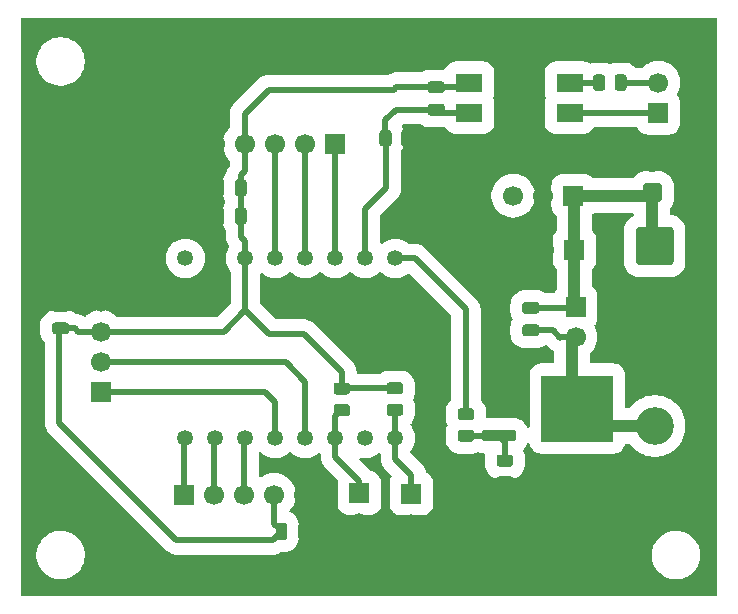
<source format=gbl>
G04 #@! TF.GenerationSoftware,KiCad,Pcbnew,9.0.7*
G04 #@! TF.CreationDate,2026-02-17T18:12:50-06:00*
G04 #@! TF.ProjectId,CNC_Coolant_Pump_Control,434e435f-436f-46f6-9c61-6e745f50756d,rev?*
G04 #@! TF.SameCoordinates,PX3750280PY66ff300*
G04 #@! TF.FileFunction,Copper,L2,Bot*
G04 #@! TF.FilePolarity,Positive*
%FSLAX46Y46*%
G04 Gerber Fmt 4.6, Leading zero omitted, Abs format (unit mm)*
G04 Created by KiCad (PCBNEW 9.0.7) date 2026-02-17 18:12:50*
%MOMM*%
%LPD*%
G01*
G04 APERTURE LIST*
G04 #@! TA.AperFunction,ComponentPad*
%ADD10C,1.600000*%
G04 #@! TD*
G04 #@! TA.AperFunction,ComponentPad*
%ADD11R,1.700000X1.700000*%
G04 #@! TD*
G04 #@! TA.AperFunction,ComponentPad*
%ADD12C,1.700000*%
G04 #@! TD*
G04 #@! TA.AperFunction,ComponentPad*
%ADD13C,3.200000*%
G04 #@! TD*
G04 #@! TA.AperFunction,ComponentPad*
%ADD14C,1.348000*%
G04 #@! TD*
G04 #@! TA.AperFunction,SMDPad,CuDef*
%ADD15R,2.250000X1.600000*%
G04 #@! TD*
G04 #@! TA.AperFunction,SMDPad,CuDef*
%ADD16R,6.100000X5.630000*%
G04 #@! TD*
G04 #@! TA.AperFunction,Conductor*
%ADD17C,0.500000*%
G04 #@! TD*
G04 #@! TA.AperFunction,Conductor*
%ADD18C,1.000000*%
G04 #@! TD*
G04 #@! TA.AperFunction,Conductor*
%ADD19C,0.600000*%
G04 #@! TD*
G04 APERTURE END LIST*
G04 #@! TA.AperFunction,ComponentPad*
G36*
G01*
X54550000Y33900000D02*
X53450000Y33900000D01*
G75*
G02*
X53200000Y34150000I0J250000D01*
G01*
X53200000Y35250000D01*
G75*
G02*
X53450000Y35500000I250000J0D01*
G01*
X54550000Y35500000D01*
G75*
G02*
X54800000Y35250000I0J-250000D01*
G01*
X54800000Y34150000D01*
G75*
G02*
X54550000Y33900000I-250000J0D01*
G01*
G37*
G04 #@! TD.AperFunction*
D10*
X54000000Y37200000D03*
D11*
X29200000Y9240000D03*
D12*
X29200000Y6700000D03*
D11*
X33600000Y9212500D03*
D12*
X33600000Y6672500D03*
G04 #@! TA.AperFunction,ComponentPad*
G36*
G01*
X52850000Y31770000D02*
X55550000Y31770000D01*
G75*
G02*
X55800000Y31520000I0J-250000D01*
G01*
X55800000Y28820000D01*
G75*
G02*
X55550000Y28570000I-250000J0D01*
G01*
X52850000Y28570000D01*
G75*
G02*
X52600000Y28820000I0J250000D01*
G01*
X52600000Y31520000D01*
G75*
G02*
X52850000Y31770000I250000J0D01*
G01*
G37*
G04 #@! TD.AperFunction*
D13*
X54200000Y14930000D03*
D11*
X47400000Y29830000D03*
D12*
X44860000Y29830000D03*
D14*
X32240000Y29130000D03*
X29700000Y29130000D03*
X27160000Y29130000D03*
X24620000Y29130000D03*
X19540000Y29130000D03*
X22080000Y29130000D03*
X14460000Y13890000D03*
X14460000Y29130000D03*
X17000000Y13890000D03*
X19540000Y13890000D03*
X22080000Y13890000D03*
X24620000Y13890000D03*
X27160000Y13890000D03*
X29700000Y13890000D03*
X32240000Y13890000D03*
X17000000Y29130000D03*
D11*
X47300000Y34430000D03*
D12*
X44760000Y34430000D03*
X42220000Y34430000D03*
D11*
X27100000Y38800000D03*
D12*
X24560000Y38800000D03*
X22020000Y38800000D03*
X19480000Y38800000D03*
X16940000Y38800000D03*
D11*
X47500000Y25005000D03*
D12*
X47500000Y22465000D03*
D11*
X54500000Y41460000D03*
D12*
X54500000Y44000000D03*
D11*
X7300000Y17820000D03*
D12*
X7300000Y20360000D03*
X7300000Y22900000D03*
X7300000Y25440000D03*
D11*
X14340000Y9100000D03*
D12*
X16880000Y9100000D03*
X19420000Y9100000D03*
X21960000Y9100000D03*
X24500000Y9100000D03*
D15*
X47000000Y44000000D03*
X47000000Y41460000D03*
X38500000Y41460000D03*
X38500000Y44000000D03*
G04 #@! TA.AperFunction,SMDPad,CuDef*
G36*
G01*
X35225000Y44110000D02*
X36175000Y44110000D01*
G75*
G02*
X36425000Y43860000I0J-250000D01*
G01*
X36425000Y43360000D01*
G75*
G02*
X36175000Y43110000I-250000J0D01*
G01*
X35225000Y43110000D01*
G75*
G02*
X34975000Y43360000I0J250000D01*
G01*
X34975000Y43860000D01*
G75*
G02*
X35225000Y44110000I250000J0D01*
G01*
G37*
G04 #@! TD.AperFunction*
G04 #@! TA.AperFunction,SMDPad,CuDef*
G36*
G01*
X35225000Y42210000D02*
X36175000Y42210000D01*
G75*
G02*
X36425000Y41960000I0J-250000D01*
G01*
X36425000Y41460000D01*
G75*
G02*
X36175000Y41210000I-250000J0D01*
G01*
X35225000Y41210000D01*
G75*
G02*
X34975000Y41460000I0J250000D01*
G01*
X34975000Y41960000D01*
G75*
G02*
X35225000Y42210000I250000J0D01*
G01*
G37*
G04 #@! TD.AperFunction*
G04 #@! TA.AperFunction,SMDPad,CuDef*
G36*
G01*
X27250000Y18612500D02*
X28150000Y18612500D01*
G75*
G02*
X28400000Y18362500I0J-250000D01*
G01*
X28400000Y17837500D01*
G75*
G02*
X28150000Y17587500I-250000J0D01*
G01*
X27250000Y17587500D01*
G75*
G02*
X27000000Y17837500I0J250000D01*
G01*
X27000000Y18362500D01*
G75*
G02*
X27250000Y18612500I250000J0D01*
G01*
G37*
G04 #@! TD.AperFunction*
G04 #@! TA.AperFunction,SMDPad,CuDef*
G36*
G01*
X27250000Y16787500D02*
X28150000Y16787500D01*
G75*
G02*
X28400000Y16537500I0J-250000D01*
G01*
X28400000Y16012500D01*
G75*
G02*
X28150000Y15762500I-250000J0D01*
G01*
X27250000Y15762500D01*
G75*
G02*
X27000000Y16012500I0J250000D01*
G01*
X27000000Y16537500D01*
G75*
G02*
X27250000Y16787500I250000J0D01*
G01*
G37*
G04 #@! TD.AperFunction*
G04 #@! TA.AperFunction,SMDPad,CuDef*
G36*
G01*
X19650000Y35575000D02*
X19650000Y34625000D01*
G75*
G02*
X19400000Y34375000I-250000J0D01*
G01*
X18900000Y34375000D01*
G75*
G02*
X18650000Y34625000I0J250000D01*
G01*
X18650000Y35575000D01*
G75*
G02*
X18900000Y35825000I250000J0D01*
G01*
X19400000Y35825000D01*
G75*
G02*
X19650000Y35575000I0J-250000D01*
G01*
G37*
G04 #@! TD.AperFunction*
G04 #@! TA.AperFunction,SMDPad,CuDef*
G36*
G01*
X17750000Y35575000D02*
X17750000Y34625000D01*
G75*
G02*
X17500000Y34375000I-250000J0D01*
G01*
X17000000Y34375000D01*
G75*
G02*
X16750000Y34625000I0J250000D01*
G01*
X16750000Y35575000D01*
G75*
G02*
X17000000Y35825000I250000J0D01*
G01*
X17500000Y35825000D01*
G75*
G02*
X17750000Y35575000I0J-250000D01*
G01*
G37*
G04 #@! TD.AperFunction*
G04 #@! TA.AperFunction,SMDPad,CuDef*
G36*
G01*
X4375000Y22700000D02*
X3425000Y22700000D01*
G75*
G02*
X3175000Y22950000I0J250000D01*
G01*
X3175000Y23450000D01*
G75*
G02*
X3425000Y23700000I250000J0D01*
G01*
X4375000Y23700000D01*
G75*
G02*
X4625000Y23450000I0J-250000D01*
G01*
X4625000Y22950000D01*
G75*
G02*
X4375000Y22700000I-250000J0D01*
G01*
G37*
G04 #@! TD.AperFunction*
G04 #@! TA.AperFunction,SMDPad,CuDef*
G36*
G01*
X4375000Y24600000D02*
X3425000Y24600000D01*
G75*
G02*
X3175000Y24850000I0J250000D01*
G01*
X3175000Y25350000D01*
G75*
G02*
X3425000Y25600000I250000J0D01*
G01*
X4375000Y25600000D01*
G75*
G02*
X4625000Y25350000I0J-250000D01*
G01*
X4625000Y24850000D01*
G75*
G02*
X4375000Y24600000I-250000J0D01*
G01*
G37*
G04 #@! TD.AperFunction*
G04 #@! TA.AperFunction,SMDPad,CuDef*
G36*
G01*
X38650000Y13587500D02*
X37750000Y13587500D01*
G75*
G02*
X37500000Y13837500I0J250000D01*
G01*
X37500000Y14362500D01*
G75*
G02*
X37750000Y14612500I250000J0D01*
G01*
X38650000Y14612500D01*
G75*
G02*
X38900000Y14362500I0J-250000D01*
G01*
X38900000Y13837500D01*
G75*
G02*
X38650000Y13587500I-250000J0D01*
G01*
G37*
G04 #@! TD.AperFunction*
G04 #@! TA.AperFunction,SMDPad,CuDef*
G36*
G01*
X38650000Y15412500D02*
X37750000Y15412500D01*
G75*
G02*
X37500000Y15662500I0J250000D01*
G01*
X37500000Y16187500D01*
G75*
G02*
X37750000Y16437500I250000J0D01*
G01*
X38650000Y16437500D01*
G75*
G02*
X38900000Y16187500I0J-250000D01*
G01*
X38900000Y15662500D01*
G75*
G02*
X38650000Y15412500I-250000J0D01*
G01*
G37*
G04 #@! TD.AperFunction*
G04 #@! TA.AperFunction,SMDPad,CuDef*
G36*
G01*
X41062500Y12512500D02*
X41962500Y12512500D01*
G75*
G02*
X42212500Y12262500I0J-250000D01*
G01*
X42212500Y11737500D01*
G75*
G02*
X41962500Y11487500I-250000J0D01*
G01*
X41062500Y11487500D01*
G75*
G02*
X40812500Y11737500I0J250000D01*
G01*
X40812500Y12262500D01*
G75*
G02*
X41062500Y12512500I250000J0D01*
G01*
G37*
G04 #@! TD.AperFunction*
G04 #@! TA.AperFunction,SMDPad,CuDef*
G36*
G01*
X41062500Y10687500D02*
X41962500Y10687500D01*
G75*
G02*
X42212500Y10437500I0J-250000D01*
G01*
X42212500Y9912500D01*
G75*
G02*
X41962500Y9662500I-250000J0D01*
G01*
X41062500Y9662500D01*
G75*
G02*
X40812500Y9912500I0J250000D01*
G01*
X40812500Y10437500D01*
G75*
G02*
X41062500Y10687500I250000J0D01*
G01*
G37*
G04 #@! TD.AperFunction*
G04 #@! TA.AperFunction,SMDPad,CuDef*
G36*
G01*
X39585000Y13756250D02*
X39585000Y14483750D01*
G75*
G02*
X39706250Y14605000I121250J0D01*
G01*
X42293750Y14605000D01*
G75*
G02*
X42415000Y14483750I0J-121250D01*
G01*
X42415000Y13756250D01*
G75*
G02*
X42293750Y13635000I-121250J0D01*
G01*
X39706250Y13635000D01*
G75*
G02*
X39585000Y13756250I0J121250D01*
G01*
G37*
G04 #@! TD.AperFunction*
G04 #@! TA.AperFunction,SMDPad,CuDef*
G36*
G01*
X39585000Y18336250D02*
X39585000Y19063750D01*
G75*
G02*
X39706250Y19185000I121250J0D01*
G01*
X42293750Y19185000D01*
G75*
G02*
X42415000Y19063750I0J-121250D01*
G01*
X42415000Y18336250D01*
G75*
G02*
X42293750Y18215000I-121250J0D01*
G01*
X39706250Y18215000D01*
G75*
G02*
X39585000Y18336250I0J121250D01*
G01*
G37*
G04 #@! TD.AperFunction*
D16*
X47650000Y16410000D03*
G04 #@! TA.AperFunction,SMDPad,CuDef*
G36*
G01*
X22100000Y5525000D02*
X22100000Y6475000D01*
G75*
G02*
X22350000Y6725000I250000J0D01*
G01*
X22850000Y6725000D01*
G75*
G02*
X23100000Y6475000I0J-250000D01*
G01*
X23100000Y5525000D01*
G75*
G02*
X22850000Y5275000I-250000J0D01*
G01*
X22350000Y5275000D01*
G75*
G02*
X22100000Y5525000I0J250000D01*
G01*
G37*
G04 #@! TD.AperFunction*
G04 #@! TA.AperFunction,SMDPad,CuDef*
G36*
G01*
X24000000Y5525000D02*
X24000000Y6475000D01*
G75*
G02*
X24250000Y6725000I250000J0D01*
G01*
X24750000Y6725000D01*
G75*
G02*
X25000000Y6475000I0J-250000D01*
G01*
X25000000Y5525000D01*
G75*
G02*
X24750000Y5275000I-250000J0D01*
G01*
X24250000Y5275000D01*
G75*
G02*
X24000000Y5525000I0J250000D01*
G01*
G37*
G04 #@! TD.AperFunction*
G04 #@! TA.AperFunction,SMDPad,CuDef*
G36*
G01*
X51825000Y44450000D02*
X51825000Y43550000D01*
G75*
G02*
X51575000Y43300000I-250000J0D01*
G01*
X51050000Y43300000D01*
G75*
G02*
X50800000Y43550000I0J250000D01*
G01*
X50800000Y44450000D01*
G75*
G02*
X51050000Y44700000I250000J0D01*
G01*
X51575000Y44700000D01*
G75*
G02*
X51825000Y44450000I0J-250000D01*
G01*
G37*
G04 #@! TD.AperFunction*
G04 #@! TA.AperFunction,SMDPad,CuDef*
G36*
G01*
X50000000Y44450000D02*
X50000000Y43550000D01*
G75*
G02*
X49750000Y43300000I-250000J0D01*
G01*
X49225000Y43300000D01*
G75*
G02*
X48975000Y43550000I0J250000D01*
G01*
X48975000Y44450000D01*
G75*
G02*
X49225000Y44700000I250000J0D01*
G01*
X49750000Y44700000D01*
G75*
G02*
X50000000Y44450000I0J-250000D01*
G01*
G37*
G04 #@! TD.AperFunction*
G04 #@! TA.AperFunction,SMDPad,CuDef*
G36*
G01*
X19650000Y33175000D02*
X19650000Y32225000D01*
G75*
G02*
X19400000Y31975000I-250000J0D01*
G01*
X18900000Y31975000D01*
G75*
G02*
X18650000Y32225000I0J250000D01*
G01*
X18650000Y33175000D01*
G75*
G02*
X18900000Y33425000I250000J0D01*
G01*
X19400000Y33425000D01*
G75*
G02*
X19650000Y33175000I0J-250000D01*
G01*
G37*
G04 #@! TD.AperFunction*
G04 #@! TA.AperFunction,SMDPad,CuDef*
G36*
G01*
X17750000Y33175000D02*
X17750000Y32225000D01*
G75*
G02*
X17500000Y31975000I-250000J0D01*
G01*
X17000000Y31975000D01*
G75*
G02*
X16750000Y32225000I0J250000D01*
G01*
X16750000Y33175000D01*
G75*
G02*
X17000000Y33425000I250000J0D01*
G01*
X17500000Y33425000D01*
G75*
G02*
X17750000Y33175000I0J-250000D01*
G01*
G37*
G04 #@! TD.AperFunction*
G04 #@! TA.AperFunction,SMDPad,CuDef*
G36*
G01*
X43225000Y25430000D02*
X44175000Y25430000D01*
G75*
G02*
X44425000Y25180000I0J-250000D01*
G01*
X44425000Y24680000D01*
G75*
G02*
X44175000Y24430000I-250000J0D01*
G01*
X43225000Y24430000D01*
G75*
G02*
X42975000Y24680000I0J250000D01*
G01*
X42975000Y25180000D01*
G75*
G02*
X43225000Y25430000I250000J0D01*
G01*
G37*
G04 #@! TD.AperFunction*
G04 #@! TA.AperFunction,SMDPad,CuDef*
G36*
G01*
X43225000Y23530000D02*
X44175000Y23530000D01*
G75*
G02*
X44425000Y23280000I0J-250000D01*
G01*
X44425000Y22780000D01*
G75*
G02*
X44175000Y22530000I-250000J0D01*
G01*
X43225000Y22530000D01*
G75*
G02*
X42975000Y22780000I0J250000D01*
G01*
X42975000Y23280000D01*
G75*
G02*
X43225000Y23530000I250000J0D01*
G01*
G37*
G04 #@! TD.AperFunction*
G04 #@! TA.AperFunction,SMDPad,CuDef*
G36*
G01*
X30887500Y38850000D02*
X30887500Y39750000D01*
G75*
G02*
X31137500Y40000000I250000J0D01*
G01*
X31662500Y40000000D01*
G75*
G02*
X31912500Y39750000I0J-250000D01*
G01*
X31912500Y38850000D01*
G75*
G02*
X31662500Y38600000I-250000J0D01*
G01*
X31137500Y38600000D01*
G75*
G02*
X30887500Y38850000I0J250000D01*
G01*
G37*
G04 #@! TD.AperFunction*
G04 #@! TA.AperFunction,SMDPad,CuDef*
G36*
G01*
X32712500Y38850000D02*
X32712500Y39750000D01*
G75*
G02*
X32962500Y40000000I250000J0D01*
G01*
X33487500Y40000000D01*
G75*
G02*
X33737500Y39750000I0J-250000D01*
G01*
X33737500Y38850000D01*
G75*
G02*
X33487500Y38600000I-250000J0D01*
G01*
X32962500Y38600000D01*
G75*
G02*
X32712500Y38850000I0J250000D01*
G01*
G37*
G04 #@! TD.AperFunction*
G04 #@! TA.AperFunction,SMDPad,CuDef*
G36*
G01*
X31750000Y18625000D02*
X32650000Y18625000D01*
G75*
G02*
X32900000Y18375000I0J-250000D01*
G01*
X32900000Y17850000D01*
G75*
G02*
X32650000Y17600000I-250000J0D01*
G01*
X31750000Y17600000D01*
G75*
G02*
X31500000Y17850000I0J250000D01*
G01*
X31500000Y18375000D01*
G75*
G02*
X31750000Y18625000I250000J0D01*
G01*
G37*
G04 #@! TD.AperFunction*
G04 #@! TA.AperFunction,SMDPad,CuDef*
G36*
G01*
X31750000Y16800000D02*
X32650000Y16800000D01*
G75*
G02*
X32900000Y16550000I0J-250000D01*
G01*
X32900000Y16025000D01*
G75*
G02*
X32650000Y15775000I-250000J0D01*
G01*
X31750000Y15775000D01*
G75*
G02*
X31500000Y16025000I0J250000D01*
G01*
X31500000Y16550000D01*
G75*
G02*
X31750000Y16800000I250000J0D01*
G01*
G37*
G04 #@! TD.AperFunction*
D17*
X44000000Y24930000D02*
X47425000Y24930000D01*
X47425000Y24930000D02*
X47500000Y25005000D01*
D18*
X54000000Y30370000D02*
X54200000Y30170000D01*
X53730000Y34430000D02*
X54000000Y34700000D01*
X54000000Y34700000D02*
X54000000Y30370000D01*
X47400000Y34330000D02*
X47300000Y34430000D01*
X47300000Y34430000D02*
X53730000Y34430000D01*
X47400000Y29830000D02*
X47400000Y34330000D01*
X47400000Y29830000D02*
X47400000Y25105000D01*
X47400000Y25105000D02*
X47500000Y25005000D01*
D17*
X34125000Y38400000D02*
X42220000Y38400000D01*
X42220000Y38400000D02*
X44760000Y35860000D01*
X41512500Y10175000D02*
X55225000Y10175000D01*
D19*
X17400000Y42100000D02*
X20700000Y45400000D01*
D17*
X33225000Y39300000D02*
X34125000Y38400000D01*
X24500000Y9100000D02*
X24500000Y6000000D01*
D18*
X44860000Y29760000D02*
X41000000Y25900000D01*
D19*
X58500000Y46000000D02*
X58500000Y38100000D01*
X31900000Y48400000D02*
X56100000Y48400000D01*
D17*
X29227500Y6472500D02*
X29227500Y6672500D01*
X58300000Y36300000D02*
X57400000Y37200000D01*
D19*
X16940000Y38800000D02*
X16940000Y36560000D01*
D17*
X3900000Y25100000D02*
X5260000Y25100000D01*
D19*
X58500000Y38100000D02*
X57850000Y37450000D01*
D17*
X15940000Y25440000D02*
X17000000Y26500000D01*
X55300000Y10100000D02*
X58300000Y13100000D01*
D19*
X17250000Y31350000D02*
X17000000Y31100000D01*
D18*
X46100000Y37200000D02*
X44760000Y35860000D01*
D17*
X24500000Y6000000D02*
X26000000Y4500000D01*
D19*
X16940000Y41640000D02*
X17400000Y42100000D01*
D18*
X41000000Y25900000D02*
X41000000Y18700000D01*
X44760000Y29930000D02*
X44860000Y29830000D01*
D19*
X30600000Y48400000D02*
X31900000Y48400000D01*
X17000000Y31100000D02*
X17000000Y29130000D01*
X17250000Y35100000D02*
X17250000Y32700000D01*
X16940000Y36560000D02*
X17300000Y36200000D01*
D18*
X44860000Y29830000D02*
X44860000Y29760000D01*
D17*
X26000000Y4500000D02*
X29200000Y4500000D01*
D18*
X54000000Y37200000D02*
X46100000Y37200000D01*
X44760000Y34430000D02*
X44760000Y29930000D01*
D17*
X17000000Y26500000D02*
X17000000Y29130000D01*
D19*
X16940000Y38800000D02*
X16940000Y41640000D01*
D18*
X44760000Y35860000D02*
X44760000Y34430000D01*
D17*
X33600000Y4500000D02*
X36100000Y4500000D01*
D19*
X57850000Y37450000D02*
X57600000Y37200000D01*
D17*
X36100000Y4500000D02*
X36100000Y4762500D01*
D19*
X20700000Y45400000D02*
X23500000Y45400000D01*
D17*
X33600000Y6672500D02*
X33600000Y4500000D01*
D19*
X28200000Y46000000D02*
X30600000Y48400000D01*
D17*
X7300000Y25440000D02*
X15940000Y25440000D01*
X33627500Y6672500D02*
X33600000Y6672500D01*
X55225000Y10175000D02*
X55300000Y10100000D01*
X29227500Y6672500D02*
X29200000Y6700000D01*
D19*
X17300000Y35150000D02*
X17250000Y35100000D01*
X56100000Y48400000D02*
X58500000Y46000000D01*
D17*
X36100000Y4762500D02*
X41512500Y10175000D01*
X29200000Y6700000D02*
X29200000Y4500000D01*
X5600000Y25440000D02*
X7300000Y25440000D01*
D19*
X17250000Y32700000D02*
X17250000Y31350000D01*
D17*
X58300000Y13100000D02*
X58300000Y36300000D01*
X29200000Y4500000D02*
X33600000Y4500000D01*
D19*
X57600000Y37200000D02*
X54000000Y37200000D01*
D18*
X57400000Y37200000D02*
X54000000Y37200000D01*
D19*
X17300000Y36200000D02*
X17300000Y35150000D01*
X27600000Y45400000D02*
X28200000Y46000000D01*
D17*
X5260000Y25100000D02*
X5600000Y25440000D01*
D19*
X23500000Y45400000D02*
X27600000Y45400000D01*
D17*
X27700000Y18100000D02*
X27700000Y19500000D01*
X17700000Y22900000D02*
X7300000Y22900000D01*
X19540000Y29130000D02*
X19540000Y30560000D01*
X32200000Y18112500D02*
X27712500Y18112500D01*
X3800000Y15200000D02*
X13700000Y5300000D01*
X21900000Y5300000D02*
X22600000Y6000000D01*
X27700000Y19500000D02*
X24500000Y22700000D01*
X19150000Y30950000D02*
X19150000Y32700000D01*
X19150000Y32700000D02*
X19150000Y35100000D01*
X32290000Y43610000D02*
X35700000Y43610000D01*
X19540000Y30560000D02*
X19150000Y30950000D01*
X19480000Y36480000D02*
X19480000Y38800000D01*
X19480000Y41380000D02*
X21500000Y43400000D01*
X3900000Y23200000D02*
X3800000Y23100000D01*
X24500000Y22700000D02*
X21580000Y22700000D01*
X3800000Y23100000D02*
X3800000Y15200000D01*
X19150000Y35100000D02*
X19150000Y36150000D01*
X19480000Y38800000D02*
X19480000Y41380000D01*
X38110000Y43610000D02*
X38500000Y44000000D01*
X32080000Y43400000D02*
X32290000Y43610000D01*
X21580000Y22700000D02*
X19540000Y24740000D01*
X19540000Y24740000D02*
X17700000Y22900000D01*
X21960000Y6640000D02*
X21960000Y9100000D01*
X5400000Y22900000D02*
X5100000Y23200000D01*
X19540000Y29130000D02*
X19540000Y24740000D01*
X19150000Y36150000D02*
X19480000Y36480000D01*
X27712500Y18112500D02*
X27700000Y18100000D01*
X21500000Y43400000D02*
X32080000Y43400000D01*
X22600000Y6000000D02*
X21960000Y6640000D01*
X5100000Y23200000D02*
X3900000Y23200000D01*
X7300000Y22900000D02*
X5400000Y22900000D01*
X35700000Y43610000D02*
X38110000Y43610000D01*
X13700000Y5300000D02*
X21900000Y5300000D01*
X38500000Y41460000D02*
X35950000Y41460000D01*
X31400000Y40800000D02*
X31400000Y39300000D01*
X29700000Y33300000D02*
X31475000Y35075000D01*
X35700000Y41710000D02*
X32310000Y41710000D01*
X35950000Y41460000D02*
X35700000Y41710000D01*
X32310000Y41710000D02*
X31400000Y40800000D01*
X31475000Y35075000D02*
X31475000Y39225000D01*
X29700000Y29130000D02*
X29700000Y33300000D01*
X31475000Y39225000D02*
X31400000Y39300000D01*
X46265000Y22465000D02*
X47500000Y22465000D01*
X45570000Y23030000D02*
X46200000Y22400000D01*
D18*
X47200000Y15100000D02*
X47200000Y22165000D01*
D17*
X44000000Y23030000D02*
X45570000Y23030000D01*
D18*
X54200000Y14930000D02*
X47370000Y14930000D01*
X47200000Y22165000D02*
X47500000Y22465000D01*
X47370000Y14930000D02*
X47200000Y15100000D01*
D17*
X46200000Y22400000D02*
X46265000Y22465000D01*
X47000000Y44000000D02*
X49487500Y44000000D01*
X54500000Y41460000D02*
X47000000Y41460000D01*
X51312500Y44000000D02*
X54500000Y44000000D01*
X24560000Y29190000D02*
X24620000Y29130000D01*
X24560000Y38800000D02*
X24560000Y29190000D01*
X27100000Y29190000D02*
X27160000Y29130000D01*
X27100000Y38800000D02*
X27100000Y29190000D01*
X22020000Y29190000D02*
X22080000Y29130000D01*
X22020000Y38800000D02*
X22020000Y29190000D01*
X14340000Y9100000D02*
X14340000Y13770000D01*
X14340000Y13770000D02*
X14460000Y13890000D01*
X7300000Y17820000D02*
X21240000Y17820000D01*
X22080000Y16980000D02*
X22080000Y13890000D01*
X21240000Y17820000D02*
X22080000Y16980000D01*
X41512500Y13607500D02*
X41000000Y14120000D01*
X41512500Y12000000D02*
X41512500Y13607500D01*
X38200000Y14100000D02*
X40980000Y14100000D01*
X40980000Y14100000D02*
X41000000Y14120000D01*
X38200000Y15925000D02*
X38200000Y24800000D01*
X38200000Y24800000D02*
X33870000Y29130000D01*
X33870000Y29130000D02*
X32240000Y29130000D01*
X16880000Y13770000D02*
X17000000Y13890000D01*
X16880000Y9100000D02*
X16880000Y13770000D01*
X19420000Y13770000D02*
X19540000Y13890000D01*
X19420000Y9100000D02*
X19420000Y13770000D01*
X24620000Y13890000D02*
X24620000Y18680000D01*
X24620000Y18680000D02*
X22940000Y20360000D01*
X22940000Y20360000D02*
X7300000Y20360000D01*
X27160000Y13890000D02*
X27160000Y15735000D01*
X29200000Y9240000D02*
X29200000Y10300000D01*
X27160000Y12340000D02*
X27160000Y13890000D01*
X27160000Y15735000D02*
X27700000Y16275000D01*
X29200000Y10300000D02*
X27160000Y12340000D01*
X33600000Y10800000D02*
X32240000Y12160000D01*
X32240000Y16247500D02*
X32200000Y16287500D01*
X32240000Y13890000D02*
X32240000Y16247500D01*
X33600000Y9212500D02*
X33600000Y10800000D01*
X32240000Y12160000D02*
X32240000Y13890000D01*
G04 #@! TA.AperFunction,Conductor*
G36*
X59442539Y49479815D02*
G01*
X59488294Y49427011D01*
X59499500Y49375500D01*
X59499500Y624500D01*
X59479815Y557461D01*
X59427011Y511706D01*
X59375500Y500500D01*
X624500Y500500D01*
X557461Y520185D01*
X511706Y572989D01*
X500500Y624500D01*
X500500Y4134398D01*
X1849500Y4134398D01*
X1849500Y3865603D01*
X1884582Y3599120D01*
X1884583Y3599115D01*
X1884584Y3599109D01*
X1884585Y3599107D01*
X1954152Y3339476D01*
X2057011Y3091150D01*
X2057019Y3091134D01*
X2137830Y2951168D01*
X2191413Y2858359D01*
X2191415Y2858356D01*
X2191416Y2858355D01*
X2355042Y2645112D01*
X2355048Y2645105D01*
X2545104Y2455049D01*
X2545110Y2455044D01*
X2758359Y2291413D01*
X2907968Y2205036D01*
X2991133Y2157020D01*
X2991149Y2157012D01*
X3146008Y2092868D01*
X3239474Y2054153D01*
X3499109Y1984584D01*
X3687319Y1959807D01*
X3765602Y1949500D01*
X3765603Y1949500D01*
X4034398Y1949500D01*
X4094905Y1957466D01*
X4300891Y1984584D01*
X4560526Y2054153D01*
X4747457Y2131583D01*
X4808850Y2157012D01*
X4808853Y2157014D01*
X4808859Y2157016D01*
X5041641Y2291413D01*
X5254890Y2455044D01*
X5444956Y2645110D01*
X5608587Y2858359D01*
X5742984Y3091141D01*
X5845847Y3339474D01*
X5915416Y3599109D01*
X5950500Y3865603D01*
X5950500Y4134397D01*
X5949615Y4141116D01*
X5930686Y4284904D01*
X5915416Y4400891D01*
X5845847Y4660526D01*
X5807132Y4753992D01*
X5742988Y4908851D01*
X5742980Y4908867D01*
X5694964Y4992032D01*
X5608587Y5141641D01*
X5444956Y5354890D01*
X5444951Y5354896D01*
X5254895Y5544952D01*
X5254888Y5544958D01*
X5041645Y5708584D01*
X5041644Y5708585D01*
X5041641Y5708587D01*
X4948832Y5762170D01*
X4808866Y5842981D01*
X4808850Y5842989D01*
X4560524Y5945848D01*
X4430708Y5980632D01*
X4300891Y6015416D01*
X4300885Y6015417D01*
X4300880Y6015418D01*
X4034398Y6050500D01*
X4034397Y6050500D01*
X3765603Y6050500D01*
X3765602Y6050500D01*
X3499119Y6015418D01*
X3499112Y6015417D01*
X3499109Y6015416D01*
X3444239Y6000714D01*
X3239475Y5945848D01*
X2991149Y5842989D01*
X2991133Y5842981D01*
X2758354Y5708584D01*
X2545111Y5544958D01*
X2545104Y5544952D01*
X2355048Y5354896D01*
X2355042Y5354889D01*
X2191416Y5141646D01*
X2057019Y4908867D01*
X2057011Y4908851D01*
X1954152Y4660525D01*
X1927532Y4561175D01*
X1893186Y4432992D01*
X1884585Y4400894D01*
X1884582Y4400881D01*
X1849500Y4134398D01*
X500500Y4134398D01*
X500500Y23514223D01*
X2174500Y23514223D01*
X2174500Y22885792D01*
X2174501Y22885777D01*
X2184904Y22753587D01*
X2184905Y22753580D01*
X2239902Y22535322D01*
X2239903Y22535319D01*
X2332991Y22330378D01*
X2332997Y22330368D01*
X2461174Y22145355D01*
X2461178Y22145350D01*
X2461181Y22145346D01*
X2461184Y22145343D01*
X2513181Y22093346D01*
X2546666Y22032023D01*
X2549500Y22005665D01*
X2549500Y15101578D01*
X2580290Y14907174D01*
X2641117Y14719970D01*
X2723180Y14558914D01*
X2730476Y14544595D01*
X2846172Y14385354D01*
X12746172Y4485354D01*
X12885354Y4346172D01*
X13044595Y4230476D01*
X13219971Y4141118D01*
X13219979Y4141114D01*
X13304223Y4113742D01*
X13346346Y4100056D01*
X13346347Y4100055D01*
X13346348Y4100055D01*
X13407173Y4080291D01*
X13480076Y4068745D01*
X13601578Y4049500D01*
X13601583Y4049500D01*
X21998422Y4049500D01*
X22192826Y4080291D01*
X22253656Y4100056D01*
X22359350Y4134398D01*
X53949500Y4134398D01*
X53949500Y3865603D01*
X53984582Y3599120D01*
X53984583Y3599115D01*
X53984584Y3599109D01*
X53984585Y3599107D01*
X54054152Y3339476D01*
X54157011Y3091150D01*
X54157019Y3091134D01*
X54237830Y2951168D01*
X54291413Y2858359D01*
X54291415Y2858356D01*
X54291416Y2858355D01*
X54455042Y2645112D01*
X54455048Y2645105D01*
X54645104Y2455049D01*
X54645110Y2455044D01*
X54858359Y2291413D01*
X55007968Y2205036D01*
X55091133Y2157020D01*
X55091149Y2157012D01*
X55246008Y2092868D01*
X55339474Y2054153D01*
X55599109Y1984584D01*
X55787319Y1959807D01*
X55865602Y1949500D01*
X55865603Y1949500D01*
X56134398Y1949500D01*
X56194905Y1957466D01*
X56400891Y1984584D01*
X56660526Y2054153D01*
X56847457Y2131583D01*
X56908850Y2157012D01*
X56908853Y2157014D01*
X56908859Y2157016D01*
X57141641Y2291413D01*
X57354890Y2455044D01*
X57544956Y2645110D01*
X57708587Y2858359D01*
X57842984Y3091141D01*
X57945847Y3339474D01*
X58015416Y3599109D01*
X58050500Y3865603D01*
X58050500Y4134397D01*
X58049615Y4141116D01*
X58030686Y4284904D01*
X58015416Y4400891D01*
X57945847Y4660526D01*
X57907132Y4753992D01*
X57842988Y4908851D01*
X57842980Y4908867D01*
X57794964Y4992032D01*
X57708587Y5141641D01*
X57544956Y5354890D01*
X57544951Y5354896D01*
X57354895Y5544952D01*
X57354888Y5544958D01*
X57141645Y5708584D01*
X57141644Y5708585D01*
X57141641Y5708587D01*
X57048832Y5762170D01*
X56908866Y5842981D01*
X56908850Y5842989D01*
X56660524Y5945848D01*
X56530708Y5980632D01*
X56400891Y6015416D01*
X56400885Y6015417D01*
X56400880Y6015418D01*
X56134398Y6050500D01*
X56134397Y6050500D01*
X55865603Y6050500D01*
X55865602Y6050500D01*
X55599119Y6015418D01*
X55599112Y6015417D01*
X55599109Y6015416D01*
X55544239Y6000714D01*
X55339475Y5945848D01*
X55091149Y5842989D01*
X55091133Y5842981D01*
X54858354Y5708584D01*
X54645111Y5544958D01*
X54645104Y5544952D01*
X54455048Y5354896D01*
X54455042Y5354889D01*
X54291416Y5141646D01*
X54157019Y4908867D01*
X54157011Y4908851D01*
X54054152Y4660525D01*
X54027532Y4561175D01*
X53993186Y4432992D01*
X53984585Y4400894D01*
X53984582Y4400881D01*
X53949500Y4134398D01*
X22359350Y4134398D01*
X22380026Y4141116D01*
X22555405Y4230476D01*
X22583403Y4250819D01*
X22649208Y4274299D01*
X22656289Y4274501D01*
X22914208Y4274501D01*
X22914216Y4274501D01*
X23046412Y4284904D01*
X23264683Y4339904D01*
X23469626Y4432993D01*
X23654654Y4561181D01*
X23813819Y4720346D01*
X23942007Y4905374D01*
X24035096Y5110317D01*
X24090096Y5328588D01*
X24100500Y5460783D01*
X24100499Y6539216D01*
X24090096Y6671412D01*
X24035096Y6889683D01*
X23942007Y7094626D01*
X23834709Y7249501D01*
X23813825Y7279646D01*
X23813822Y7279650D01*
X23813819Y7279654D01*
X23654654Y7438819D01*
X23654650Y7438822D01*
X23654645Y7438826D01*
X23469632Y7567003D01*
X23469630Y7567005D01*
X23469626Y7567007D01*
X23469622Y7567009D01*
X23339910Y7625927D01*
X23287012Y7671574D01*
X23267191Y7738573D01*
X23286739Y7805653D01*
X23303511Y7826508D01*
X23354261Y7877258D01*
X23354265Y7877262D01*
X23501936Y8069711D01*
X23623224Y8279788D01*
X23716054Y8503900D01*
X23778838Y8738211D01*
X23810500Y8978712D01*
X23810500Y9221288D01*
X23778838Y9461789D01*
X23716054Y9696100D01*
X23623224Y9920212D01*
X23501936Y10130289D01*
X23396715Y10267416D01*
X23354266Y10322737D01*
X23354260Y10322744D01*
X23182743Y10494261D01*
X23182736Y10494267D01*
X22990293Y10641933D01*
X22990292Y10641934D01*
X22990289Y10641936D01*
X22818661Y10741026D01*
X22780214Y10763223D01*
X22780205Y10763227D01*
X22556104Y10856053D01*
X22321785Y10918839D01*
X22081289Y10950500D01*
X22081288Y10950500D01*
X21838712Y10950500D01*
X21838711Y10950500D01*
X21598214Y10918839D01*
X21363895Y10856053D01*
X21139794Y10763227D01*
X21139785Y10763223D01*
X20929706Y10641933D01*
X20869986Y10596108D01*
X20804817Y10570914D01*
X20736372Y10584953D01*
X20686382Y10633767D01*
X20670500Y10694484D01*
X20670500Y12601037D01*
X20679143Y12630475D01*
X20685666Y12660460D01*
X20689422Y12665478D01*
X20690185Y12668076D01*
X20706816Y12688715D01*
X20709500Y12691399D01*
X20722317Y12704217D01*
X20783637Y12737702D01*
X20853329Y12732720D01*
X20897680Y12704218D01*
X20973550Y12628348D01*
X20973557Y12628342D01*
X21017660Y12594501D01*
X21147701Y12494717D01*
X21147708Y12494713D01*
X21337790Y12384968D01*
X21337795Y12384966D01*
X21337798Y12384964D01*
X21439196Y12342964D01*
X21540592Y12300964D01*
X21540593Y12300964D01*
X21540595Y12300963D01*
X21752620Y12244151D01*
X21970247Y12215500D01*
X21970254Y12215500D01*
X22189746Y12215500D01*
X22189753Y12215500D01*
X22407380Y12244151D01*
X22619405Y12300963D01*
X22822202Y12384964D01*
X23012299Y12494717D01*
X23186444Y12628343D01*
X23223579Y12665478D01*
X23262319Y12704217D01*
X23323642Y12737702D01*
X23393334Y12732718D01*
X23437681Y12704217D01*
X23513550Y12628348D01*
X23513557Y12628342D01*
X23557660Y12594501D01*
X23687701Y12494717D01*
X23687708Y12494713D01*
X23877790Y12384968D01*
X23877795Y12384966D01*
X23877798Y12384964D01*
X23979196Y12342964D01*
X24080592Y12300964D01*
X24080593Y12300964D01*
X24080595Y12300963D01*
X24292620Y12244151D01*
X24510247Y12215500D01*
X24510254Y12215500D01*
X24729746Y12215500D01*
X24729753Y12215500D01*
X24947380Y12244151D01*
X25159405Y12300963D01*
X25362202Y12384964D01*
X25552299Y12494717D01*
X25710015Y12615737D01*
X25775183Y12640930D01*
X25843627Y12626892D01*
X25893617Y12578078D01*
X25909500Y12517360D01*
X25909500Y12241578D01*
X25940290Y12047174D01*
X26001117Y11859970D01*
X26055200Y11753828D01*
X26090476Y11684595D01*
X26206172Y11525354D01*
X26206174Y11525352D01*
X27331635Y10399891D01*
X27365120Y10338568D01*
X27363171Y10278103D01*
X27360114Y10267421D01*
X27360113Y10267414D01*
X27349500Y10148034D01*
X27349500Y8331972D01*
X27349501Y8331966D01*
X27360113Y8212585D01*
X27416089Y8016955D01*
X27416090Y8016952D01*
X27416091Y8016951D01*
X27510302Y7836593D01*
X27532725Y7809093D01*
X27638890Y7678891D01*
X27703846Y7625927D01*
X27796593Y7550302D01*
X27976951Y7456091D01*
X28172582Y7400114D01*
X28291963Y7389500D01*
X30108036Y7389501D01*
X30227418Y7400114D01*
X30423049Y7456091D01*
X30603407Y7550302D01*
X30761109Y7678891D01*
X30889698Y7836593D01*
X30983909Y8016951D01*
X31039886Y8212582D01*
X31050500Y8331963D01*
X31050499Y10148036D01*
X31039886Y10267418D01*
X30983909Y10463049D01*
X30889698Y10643407D01*
X30792001Y10763223D01*
X30761109Y10801110D01*
X30637133Y10902198D01*
X30603407Y10929698D01*
X30423049Y11023909D01*
X30227418Y11079886D01*
X30227414Y11079887D01*
X30227405Y11079889D01*
X30221616Y11080965D01*
X30221940Y11082714D01*
X30164605Y11105246D01*
X30152955Y11115520D01*
X29224067Y12044407D01*
X29190582Y12105730D01*
X29195566Y12175421D01*
X29237438Y12231355D01*
X29302902Y12255772D01*
X29343835Y12251864D01*
X29372620Y12244151D01*
X29590247Y12215500D01*
X29590254Y12215500D01*
X29809746Y12215500D01*
X29809753Y12215500D01*
X30027380Y12244151D01*
X30239405Y12300963D01*
X30442202Y12384964D01*
X30632299Y12494717D01*
X30790015Y12615737D01*
X30855183Y12640930D01*
X30923627Y12626892D01*
X30973617Y12578078D01*
X30989500Y12517360D01*
X30989500Y12061578D01*
X31020290Y11867174D01*
X31081117Y11679970D01*
X31114401Y11614648D01*
X31170476Y11504595D01*
X31286172Y11345354D01*
X31286174Y11345352D01*
X31882053Y10749473D01*
X31915538Y10688150D01*
X31910554Y10618458D01*
X31904281Y10604381D01*
X31816090Y10435548D01*
X31760114Y10239917D01*
X31760113Y10239914D01*
X31752607Y10155484D01*
X31750112Y10127414D01*
X31749500Y10120534D01*
X31749500Y8304472D01*
X31749501Y8304466D01*
X31760113Y8185085D01*
X31816089Y7989455D01*
X31816090Y7989452D01*
X31816091Y7989451D01*
X31910302Y7809093D01*
X31910304Y7809091D01*
X32038890Y7651391D01*
X32097144Y7603892D01*
X32196593Y7522802D01*
X32376951Y7428591D01*
X32572582Y7372614D01*
X32691963Y7362000D01*
X34508036Y7362001D01*
X34627418Y7372614D01*
X34823049Y7428591D01*
X35003407Y7522802D01*
X35161109Y7651391D01*
X35289698Y7809093D01*
X35383909Y7989451D01*
X35439886Y8185082D01*
X35450500Y8304463D01*
X35450499Y10120536D01*
X35439886Y10239918D01*
X35383909Y10435549D01*
X35289698Y10615907D01*
X35225627Y10694484D01*
X35161109Y10773610D01*
X35003407Y10902198D01*
X34971549Y10918839D01*
X34891357Y10960728D01*
X34867435Y10983784D01*
X34842866Y11006134D01*
X34842109Y11008193D01*
X34841050Y11009214D01*
X34828983Y11038583D01*
X34827309Y11044838D01*
X34824433Y11063000D01*
X34819709Y11092827D01*
X34791022Y11181116D01*
X34758884Y11280025D01*
X34758882Y11280028D01*
X34758882Y11280030D01*
X34669523Y11455406D01*
X34633785Y11504595D01*
X34553828Y11614646D01*
X34414646Y11753828D01*
X33527866Y12640608D01*
X33494381Y12701931D01*
X33499365Y12771623D01*
X33517167Y12803770D01*
X33635283Y12957701D01*
X33745036Y13147798D01*
X33829037Y13350595D01*
X33885849Y13562620D01*
X33914500Y13780247D01*
X33914500Y13999753D01*
X33885849Y14217380D01*
X33829037Y14429405D01*
X33802399Y14493714D01*
X33745037Y14632199D01*
X33745032Y14632210D01*
X33635287Y14822292D01*
X33635283Y14822299D01*
X33635279Y14822304D01*
X33635276Y14822309D01*
X33519342Y14973398D01*
X33494148Y15038567D01*
X33508187Y15107012D01*
X33530031Y15136559D01*
X33613819Y15220346D01*
X33742007Y15405374D01*
X33835096Y15610317D01*
X33890096Y15828588D01*
X33900500Y15960783D01*
X33900499Y16614216D01*
X33890096Y16746412D01*
X33878461Y16792585D01*
X33835097Y16964679D01*
X33835096Y16964682D01*
X33822621Y16992146D01*
X33751502Y17148721D01*
X33741700Y17217897D01*
X33751503Y17251281D01*
X33790136Y17336335D01*
X33835096Y17435317D01*
X33890096Y17653588D01*
X33900500Y17785783D01*
X33900499Y18439216D01*
X33890096Y18571412D01*
X33835096Y18789683D01*
X33742007Y18994626D01*
X33673715Y19093200D01*
X33613825Y19179646D01*
X33613822Y19179650D01*
X33613819Y19179654D01*
X33454654Y19338819D01*
X33454650Y19338822D01*
X33454645Y19338826D01*
X33269632Y19467003D01*
X33269630Y19467005D01*
X33269626Y19467007D01*
X33241573Y19479749D01*
X33064681Y19560097D01*
X33064678Y19560098D01*
X32846420Y19615095D01*
X32846413Y19615096D01*
X32802347Y19618564D01*
X32714217Y19625500D01*
X32714215Y19625500D01*
X31685791Y19625500D01*
X31685776Y19625499D01*
X31553586Y19615096D01*
X31553579Y19615095D01*
X31335321Y19560098D01*
X31335318Y19560097D01*
X31130377Y19467009D01*
X31130367Y19467004D01*
X31012108Y19385072D01*
X30945792Y19363075D01*
X30941492Y19363000D01*
X29074500Y19363000D01*
X29069335Y19364517D01*
X29064060Y19363440D01*
X29036160Y19374258D01*
X29007461Y19382685D01*
X29003936Y19386753D01*
X28998916Y19388699D01*
X28981292Y19412886D01*
X28961706Y19435489D01*
X28960094Y19441977D01*
X28957769Y19445168D01*
X28954200Y19465707D01*
X28950712Y19479749D01*
X28950500Y19483369D01*
X28950500Y19598417D01*
X28940764Y19659886D01*
X28919709Y19792827D01*
X28884980Y19899709D01*
X28858884Y19980025D01*
X28769524Y20155405D01*
X28653828Y20314646D01*
X28514646Y20453828D01*
X25314646Y23653828D01*
X25155405Y23769524D01*
X25131012Y23781953D01*
X24980030Y23858883D01*
X24792826Y23919710D01*
X24598422Y23950500D01*
X24598417Y23950500D01*
X22149336Y23950500D01*
X22082297Y23970185D01*
X22061655Y23986819D01*
X20826819Y25221655D01*
X20793334Y25282978D01*
X20790500Y25309336D01*
X20790500Y27757360D01*
X20810185Y27824399D01*
X20862989Y27870154D01*
X20932147Y27880098D01*
X20989984Y27855738D01*
X21147701Y27734717D01*
X21147708Y27734713D01*
X21337790Y27624968D01*
X21337795Y27624966D01*
X21337798Y27624964D01*
X21439196Y27582964D01*
X21540592Y27540964D01*
X21540593Y27540964D01*
X21540595Y27540963D01*
X21752620Y27484151D01*
X21970247Y27455500D01*
X21970254Y27455500D01*
X22189746Y27455500D01*
X22189753Y27455500D01*
X22407380Y27484151D01*
X22619405Y27540963D01*
X22822202Y27624964D01*
X23012299Y27734717D01*
X23186444Y27868343D01*
X23198199Y27880098D01*
X23262319Y27944217D01*
X23323642Y27977702D01*
X23393334Y27972718D01*
X23437681Y27944217D01*
X23513550Y27868348D01*
X23513557Y27868342D01*
X23529986Y27855736D01*
X23687701Y27734717D01*
X23687708Y27734713D01*
X23877790Y27624968D01*
X23877795Y27624966D01*
X23877798Y27624964D01*
X23979196Y27582964D01*
X24080592Y27540964D01*
X24080593Y27540964D01*
X24080595Y27540963D01*
X24292620Y27484151D01*
X24510247Y27455500D01*
X24510254Y27455500D01*
X24729746Y27455500D01*
X24729753Y27455500D01*
X24947380Y27484151D01*
X25159405Y27540963D01*
X25362202Y27624964D01*
X25552299Y27734717D01*
X25726444Y27868343D01*
X25738199Y27880098D01*
X25802319Y27944217D01*
X25863642Y27977702D01*
X25933334Y27972718D01*
X25977681Y27944217D01*
X26053550Y27868348D01*
X26053557Y27868342D01*
X26069986Y27855736D01*
X26227701Y27734717D01*
X26227708Y27734713D01*
X26417790Y27624968D01*
X26417795Y27624966D01*
X26417798Y27624964D01*
X26519196Y27582964D01*
X26620592Y27540964D01*
X26620593Y27540964D01*
X26620595Y27540963D01*
X26832620Y27484151D01*
X27050247Y27455500D01*
X27050254Y27455500D01*
X27269746Y27455500D01*
X27269753Y27455500D01*
X27487380Y27484151D01*
X27699405Y27540963D01*
X27902202Y27624964D01*
X28092299Y27734717D01*
X28266444Y27868343D01*
X28278199Y27880098D01*
X28342319Y27944217D01*
X28403642Y27977702D01*
X28473334Y27972718D01*
X28517681Y27944217D01*
X28593550Y27868348D01*
X28593557Y27868342D01*
X28609986Y27855736D01*
X28767701Y27734717D01*
X28767708Y27734713D01*
X28957790Y27624968D01*
X28957795Y27624966D01*
X28957798Y27624964D01*
X29059196Y27582964D01*
X29160592Y27540964D01*
X29160593Y27540964D01*
X29160595Y27540963D01*
X29372620Y27484151D01*
X29590247Y27455500D01*
X29590254Y27455500D01*
X29809746Y27455500D01*
X29809753Y27455500D01*
X30027380Y27484151D01*
X30239405Y27540963D01*
X30442202Y27624964D01*
X30632299Y27734717D01*
X30806444Y27868343D01*
X30818199Y27880098D01*
X30882319Y27944217D01*
X30943642Y27977702D01*
X31013334Y27972718D01*
X31057681Y27944217D01*
X31133550Y27868348D01*
X31133557Y27868342D01*
X31149986Y27855736D01*
X31307701Y27734717D01*
X31307708Y27734713D01*
X31497790Y27624968D01*
X31497795Y27624966D01*
X31497798Y27624964D01*
X31599196Y27582964D01*
X31700592Y27540964D01*
X31700593Y27540964D01*
X31700595Y27540963D01*
X31912620Y27484151D01*
X32130247Y27455500D01*
X32130254Y27455500D01*
X32349746Y27455500D01*
X32349753Y27455500D01*
X32567380Y27484151D01*
X32779405Y27540963D01*
X32982202Y27624964D01*
X33172299Y27734717D01*
X33269643Y27809412D01*
X33334810Y27834606D01*
X33403255Y27820568D01*
X33432809Y27798717D01*
X36913181Y24318345D01*
X36946666Y24257022D01*
X36949500Y24230664D01*
X36949500Y17206836D01*
X36929815Y17139797D01*
X36913182Y17119155D01*
X36786179Y16992152D01*
X36786174Y16992146D01*
X36657997Y16807133D01*
X36657991Y16807123D01*
X36564903Y16602182D01*
X36564902Y16602179D01*
X36509905Y16383921D01*
X36509904Y16383914D01*
X36499500Y16251723D01*
X36499500Y15598292D01*
X36499501Y15598277D01*
X36509904Y15466087D01*
X36509905Y15466080D01*
X36564902Y15247822D01*
X36564903Y15247819D01*
X36648496Y15063781D01*
X36658299Y14994602D01*
X36648496Y14961219D01*
X36564903Y14777182D01*
X36564902Y14777179D01*
X36509905Y14558921D01*
X36509904Y14558914D01*
X36499500Y14426723D01*
X36499500Y13773292D01*
X36499501Y13773277D01*
X36509904Y13641087D01*
X36509905Y13641080D01*
X36564902Y13422822D01*
X36564903Y13422819D01*
X36657991Y13217878D01*
X36657997Y13217868D01*
X36786174Y13032855D01*
X36786178Y13032850D01*
X36786181Y13032846D01*
X36945346Y12873681D01*
X36945350Y12873678D01*
X36945354Y12873675D01*
X37059739Y12794429D01*
X37130374Y12745493D01*
X37335317Y12652404D01*
X37335321Y12652403D01*
X37553579Y12597406D01*
X37553581Y12597406D01*
X37553588Y12597404D01*
X37685783Y12587000D01*
X38714216Y12587001D01*
X38846412Y12597404D01*
X38919164Y12615736D01*
X39064676Y12652402D01*
X39064677Y12652403D01*
X39064683Y12652404D01*
X39194274Y12711268D01*
X39263450Y12721070D01*
X39294363Y12712357D01*
X39363139Y12682905D01*
X39389447Y12677182D01*
X39572465Y12637368D01*
X39572466Y12637368D01*
X39572471Y12637367D01*
X39620601Y12634500D01*
X39707528Y12634501D01*
X39774565Y12614817D01*
X39820321Y12562014D01*
X39830265Y12492855D01*
X39827769Y12480204D01*
X39822404Y12458914D01*
X39812000Y12326723D01*
X39812000Y11673292D01*
X39812001Y11673277D01*
X39822404Y11541087D01*
X39822405Y11541080D01*
X39877402Y11322822D01*
X39877403Y11322819D01*
X39970491Y11117878D01*
X39970497Y11117868D01*
X40098674Y10932855D01*
X40098678Y10932850D01*
X40098681Y10932846D01*
X40257846Y10773681D01*
X40257850Y10773678D01*
X40257854Y10773675D01*
X40272941Y10763223D01*
X40442874Y10645493D01*
X40647817Y10552404D01*
X40647821Y10552403D01*
X40866079Y10497406D01*
X40866081Y10497406D01*
X40866088Y10497404D01*
X40998283Y10487000D01*
X42026716Y10487001D01*
X42158912Y10497404D01*
X42377183Y10552404D01*
X42582126Y10645493D01*
X42767154Y10773681D01*
X42926319Y10932846D01*
X43054507Y11117874D01*
X43147596Y11322817D01*
X43202596Y11541088D01*
X43213000Y11673283D01*
X43212999Y12326716D01*
X43202596Y12458912D01*
X43193573Y12494719D01*
X43147597Y12677179D01*
X43147596Y12677182D01*
X43147596Y12677183D01*
X43074888Y12837254D01*
X43065086Y12906430D01*
X43094241Y12969927D01*
X43100086Y12976194D01*
X43162688Y13038794D01*
X43282764Y13216207D01*
X43354109Y13382813D01*
X43367094Y13413136D01*
X43367877Y13416735D01*
X43368764Y13418361D01*
X43368893Y13418763D01*
X43368970Y13418739D01*
X43401358Y13478061D01*
X43462679Y13511550D01*
X43532371Y13506570D01*
X43588307Y13464702D01*
X43606710Y13422740D01*
X43608493Y13423249D01*
X43610113Y13417585D01*
X43610114Y13417582D01*
X43615531Y13398650D01*
X43666089Y13221955D01*
X43666090Y13221954D01*
X43666091Y13221951D01*
X43760302Y13041593D01*
X43767437Y13032843D01*
X43888890Y12883891D01*
X43946089Y12837252D01*
X44046593Y12755302D01*
X44226951Y12661091D01*
X44422582Y12605114D01*
X44541963Y12594500D01*
X50758036Y12594501D01*
X50877418Y12605114D01*
X51073049Y12661091D01*
X51253407Y12755302D01*
X51411109Y12883891D01*
X51539698Y13041593D01*
X51633909Y13221951D01*
X51667576Y13339613D01*
X51681929Y13362290D01*
X51693079Y13386703D01*
X51700332Y13391365D01*
X51704944Y13398650D01*
X51729279Y13409968D01*
X51751857Y13424477D01*
X51764337Y13426272D01*
X51768297Y13428113D01*
X51786792Y13429500D01*
X52010728Y13429500D01*
X52077767Y13409815D01*
X52107675Y13382813D01*
X52257901Y13194436D01*
X52257902Y13194435D01*
X52464435Y12987902D01*
X52692794Y12805792D01*
X52940107Y12650395D01*
X53203263Y12523665D01*
X53478955Y12427197D01*
X53763714Y12362202D01*
X53763723Y12362201D01*
X53763728Y12362200D01*
X53957210Y12340401D01*
X54053953Y12329501D01*
X54053956Y12329500D01*
X54053959Y12329500D01*
X54346044Y12329500D01*
X54346045Y12329501D01*
X54494371Y12346213D01*
X54636271Y12362200D01*
X54636274Y12362201D01*
X54636286Y12362202D01*
X54921045Y12427197D01*
X55196737Y12523665D01*
X55459893Y12650395D01*
X55707206Y12805792D01*
X55935565Y12987902D01*
X56142098Y13194435D01*
X56324208Y13422794D01*
X56479605Y13670107D01*
X56606335Y13933263D01*
X56702803Y14208955D01*
X56767798Y14493714D01*
X56800500Y14783959D01*
X56800500Y15076041D01*
X56781146Y15247819D01*
X56767800Y15366272D01*
X56767799Y15366277D01*
X56767798Y15366286D01*
X56702803Y15651045D01*
X56606335Y15926737D01*
X56479605Y16189893D01*
X56324208Y16437206D01*
X56142098Y16665565D01*
X55935565Y16872098D01*
X55707206Y17054208D01*
X55459893Y17209605D01*
X55459890Y17209607D01*
X55196738Y17336335D01*
X54921046Y17432803D01*
X54921044Y17432804D01*
X54701280Y17482964D01*
X54636286Y17497798D01*
X54636283Y17497799D01*
X54636271Y17497801D01*
X54346047Y17530500D01*
X54346041Y17530500D01*
X54053959Y17530500D01*
X54053952Y17530500D01*
X53763728Y17497801D01*
X53763714Y17497798D01*
X53478955Y17432804D01*
X53478953Y17432803D01*
X53203261Y17336335D01*
X52940109Y17209607D01*
X52692795Y17054209D01*
X52464435Y16872099D01*
X52257901Y16665565D01*
X52107675Y16477187D01*
X52105529Y16475682D01*
X52104441Y16473297D01*
X52077093Y16455722D01*
X52050487Y16437047D01*
X52047189Y16436505D01*
X52045663Y16435523D01*
X52010728Y16430500D01*
X51824499Y16430500D01*
X51757460Y16450185D01*
X51711705Y16502989D01*
X51700499Y16554500D01*
X51700499Y19283029D01*
X51700499Y19283036D01*
X51689886Y19402418D01*
X51633909Y19598049D01*
X51539698Y19778407D01*
X51487684Y19842197D01*
X51411109Y19936110D01*
X51253409Y20064696D01*
X51253410Y20064696D01*
X51253407Y20064698D01*
X51073049Y20158909D01*
X51073048Y20158910D01*
X51073045Y20158911D01*
X50955829Y20192450D01*
X50877418Y20214886D01*
X50877415Y20214887D01*
X50877413Y20214887D01*
X50804631Y20221358D01*
X50758037Y20225500D01*
X50758033Y20225500D01*
X48824500Y20225500D01*
X48757461Y20245185D01*
X48711706Y20297989D01*
X48700500Y20349500D01*
X48700500Y20997135D01*
X48720185Y21064174D01*
X48736814Y21084812D01*
X48894265Y21242262D01*
X49041936Y21434711D01*
X49163224Y21644788D01*
X49256054Y21868900D01*
X49318838Y22103211D01*
X49350500Y22343712D01*
X49350500Y22586288D01*
X49318838Y22826789D01*
X49256054Y23061100D01*
X49163224Y23285212D01*
X49129158Y23344217D01*
X49110023Y23377361D01*
X49093550Y23445261D01*
X49116403Y23511288D01*
X49121298Y23517708D01*
X49189698Y23601593D01*
X49283909Y23781951D01*
X49339886Y23977582D01*
X49350500Y24096963D01*
X49350499Y25913036D01*
X49339886Y26032418D01*
X49283909Y26228049D01*
X49189698Y26408407D01*
X49064503Y26561947D01*
X49061109Y26566110D01*
X48946139Y26659855D01*
X48906622Y26717476D01*
X48900500Y26755957D01*
X48900500Y28160584D01*
X48920185Y28227623D01*
X48946138Y28256685D01*
X48961109Y28268891D01*
X49089698Y28426593D01*
X49183909Y28606951D01*
X49239886Y28802582D01*
X49250500Y28921963D01*
X49250499Y30738036D01*
X49239886Y30857418D01*
X49187636Y31040025D01*
X49183910Y31053046D01*
X49183909Y31053047D01*
X49183909Y31053049D01*
X49089698Y31233407D01*
X48961109Y31391109D01*
X48946135Y31403319D01*
X48906620Y31460942D01*
X48900500Y31499418D01*
X48900500Y32805500D01*
X48920185Y32872539D01*
X48972989Y32918294D01*
X49024500Y32929500D01*
X52356527Y32929500D01*
X52423566Y32909815D01*
X52469321Y32857011D01*
X52479265Y32787853D01*
X52450240Y32724297D01*
X52407808Y32692601D01*
X52230377Y32612009D01*
X52230367Y32612003D01*
X52045354Y32483826D01*
X52045342Y32483816D01*
X51886184Y32324658D01*
X51886174Y32324646D01*
X51757997Y32139633D01*
X51757991Y32139623D01*
X51664903Y31934682D01*
X51664902Y31934679D01*
X51609905Y31716421D01*
X51609904Y31716414D01*
X51599500Y31584223D01*
X51599500Y28755792D01*
X51599501Y28755777D01*
X51609904Y28623587D01*
X51609905Y28623580D01*
X51664902Y28405322D01*
X51664903Y28405319D01*
X51757991Y28200378D01*
X51757997Y28200368D01*
X51886174Y28015355D01*
X51886178Y28015350D01*
X51886181Y28015346D01*
X52045346Y27856181D01*
X52045350Y27856178D01*
X52045354Y27856175D01*
X52091220Y27824399D01*
X52230374Y27727993D01*
X52435317Y27634904D01*
X52435321Y27634903D01*
X52653579Y27579906D01*
X52653581Y27579906D01*
X52653588Y27579904D01*
X52785783Y27569500D01*
X55614216Y27569501D01*
X55746412Y27579904D01*
X55964683Y27634904D01*
X56169626Y27727993D01*
X56354654Y27856181D01*
X56513819Y28015346D01*
X56642007Y28200374D01*
X56735096Y28405317D01*
X56790096Y28623588D01*
X56800500Y28755783D01*
X56800499Y31584216D01*
X56790096Y31716412D01*
X56782226Y31747643D01*
X56735097Y31934679D01*
X56735096Y31934682D01*
X56692442Y32028588D01*
X56642007Y32139626D01*
X56513819Y32324654D01*
X56354654Y32483819D01*
X56354650Y32483822D01*
X56354645Y32483826D01*
X56169632Y32612003D01*
X56169630Y32612005D01*
X56169626Y32612007D01*
X56033262Y32673946D01*
X55964681Y32705097D01*
X55964678Y32705098D01*
X55746420Y32760095D01*
X55746414Y32760096D01*
X55614770Y32770457D01*
X55549482Y32795342D01*
X55508011Y32851573D01*
X55500500Y32894075D01*
X55500500Y33287364D01*
X55520185Y33354403D01*
X55522572Y33357980D01*
X55553474Y33402585D01*
X55642007Y33530374D01*
X55735096Y33735317D01*
X55790096Y33953588D01*
X55800500Y34085783D01*
X55800499Y35314216D01*
X55790096Y35446412D01*
X55786599Y35460289D01*
X55735097Y35664679D01*
X55735096Y35664682D01*
X55686617Y35771412D01*
X55642007Y35869626D01*
X55593261Y35939987D01*
X55513825Y36054646D01*
X55513822Y36054650D01*
X55513819Y36054654D01*
X55354654Y36213819D01*
X55354650Y36213822D01*
X55354645Y36213826D01*
X55169632Y36342003D01*
X55169630Y36342005D01*
X55169626Y36342007D01*
X55082496Y36381583D01*
X54964681Y36435097D01*
X54964678Y36435098D01*
X54746420Y36490095D01*
X54746413Y36490096D01*
X54702347Y36493564D01*
X54614217Y36500500D01*
X54614215Y36500500D01*
X53385791Y36500500D01*
X53385776Y36500499D01*
X53253586Y36490096D01*
X53253579Y36490095D01*
X53035321Y36435098D01*
X53035318Y36435097D01*
X52830377Y36342009D01*
X52830367Y36342003D01*
X52645354Y36213826D01*
X52645342Y36213816D01*
X52486184Y36054658D01*
X52486174Y36054646D01*
X52437151Y35983884D01*
X52382793Y35939987D01*
X52335223Y35930500D01*
X48969417Y35930500D01*
X48902378Y35950185D01*
X48873315Y35976139D01*
X48861109Y35991109D01*
X48703407Y36119698D01*
X48523049Y36213909D01*
X48523048Y36213910D01*
X48523045Y36213911D01*
X48405829Y36247450D01*
X48327418Y36269886D01*
X48327415Y36269887D01*
X48327413Y36269887D01*
X48261102Y36275783D01*
X48208037Y36280500D01*
X48208032Y36280500D01*
X46391971Y36280500D01*
X46391965Y36280500D01*
X46391964Y36280499D01*
X46380316Y36279464D01*
X46272584Y36269887D01*
X46076954Y36213911D01*
X46025769Y36187174D01*
X45896593Y36119698D01*
X45896591Y36119697D01*
X45896590Y36119696D01*
X45738890Y35991110D01*
X45610304Y35833410D01*
X45516089Y35653046D01*
X45488509Y35556655D01*
X45460936Y35460289D01*
X45460114Y35457417D01*
X45460113Y35457414D01*
X45449500Y35338034D01*
X45449500Y33521972D01*
X45449501Y33521966D01*
X45460113Y33402585D01*
X45516089Y33206955D01*
X45516090Y33206952D01*
X45516091Y33206951D01*
X45610302Y33026593D01*
X45610304Y33026591D01*
X45738892Y32868889D01*
X45853860Y32775146D01*
X45893378Y32717526D01*
X45899500Y32679044D01*
X45899500Y31499418D01*
X45879815Y31432379D01*
X45853865Y31403319D01*
X45838891Y31391109D01*
X45710304Y31233410D01*
X45616089Y31053046D01*
X45560114Y30857417D01*
X45560113Y30857414D01*
X45549500Y30738034D01*
X45549500Y28921972D01*
X45549501Y28921966D01*
X45560113Y28802585D01*
X45616089Y28606955D01*
X45616090Y28606952D01*
X45616091Y28606951D01*
X45710302Y28426593D01*
X45838891Y28268891D01*
X45853859Y28256686D01*
X45893377Y28199068D01*
X45899500Y28160584D01*
X45899500Y26561947D01*
X45879815Y26494908D01*
X45871602Y26483587D01*
X45810305Y26408413D01*
X45810303Y26408409D01*
X45726037Y26247089D01*
X45677550Y26196781D01*
X45616128Y26180500D01*
X44965465Y26180500D01*
X44898426Y26200185D01*
X44894877Y26202553D01*
X44830593Y26247089D01*
X44794627Y26272007D01*
X44589681Y26365097D01*
X44589678Y26365098D01*
X44371420Y26420095D01*
X44371413Y26420096D01*
X44327347Y26423564D01*
X44239217Y26430500D01*
X44239215Y26430500D01*
X43160791Y26430500D01*
X43160776Y26430499D01*
X43028586Y26420096D01*
X43028579Y26420095D01*
X42810321Y26365098D01*
X42810318Y26365097D01*
X42605377Y26272009D01*
X42605367Y26272003D01*
X42420354Y26143826D01*
X42420342Y26143816D01*
X42261184Y25984658D01*
X42261174Y25984646D01*
X42132997Y25799633D01*
X42132991Y25799623D01*
X42039903Y25594682D01*
X42039902Y25594679D01*
X41984905Y25376421D01*
X41984904Y25376414D01*
X41974500Y25244223D01*
X41974500Y24615792D01*
X41974501Y24615777D01*
X41984904Y24483587D01*
X41984905Y24483580D01*
X42039902Y24265322D01*
X42039903Y24265319D01*
X42132991Y24060378D01*
X42132997Y24060368D01*
X42139753Y24050616D01*
X42161750Y23984299D01*
X42144402Y23916618D01*
X42139753Y23909384D01*
X42132997Y23899633D01*
X42132991Y23899623D01*
X42039903Y23694682D01*
X42039902Y23694679D01*
X41984905Y23476421D01*
X41984904Y23476414D01*
X41974500Y23344223D01*
X41974500Y22715792D01*
X41974501Y22715777D01*
X41984904Y22583587D01*
X41984905Y22583580D01*
X42039902Y22365322D01*
X42039903Y22365319D01*
X42132991Y22160378D01*
X42132997Y22160368D01*
X42261174Y21975355D01*
X42261178Y21975350D01*
X42261181Y21975346D01*
X42420346Y21816181D01*
X42420350Y21816178D01*
X42420354Y21816175D01*
X42512773Y21752147D01*
X42605374Y21687993D01*
X42810317Y21594904D01*
X42810321Y21594903D01*
X43028579Y21539906D01*
X43028581Y21539906D01*
X43028588Y21539904D01*
X43160783Y21529500D01*
X44239216Y21529501D01*
X44371412Y21539904D01*
X44589683Y21594904D01*
X44794626Y21687993D01*
X44894850Y21757429D01*
X44913764Y21763703D01*
X44930530Y21774477D01*
X44958272Y21778466D01*
X44961164Y21779425D01*
X44965465Y21779500D01*
X45000664Y21779500D01*
X45067703Y21759815D01*
X45088345Y21743181D01*
X45385355Y21446171D01*
X45534914Y21337510D01*
X45544595Y21330476D01*
X45633287Y21285286D01*
X45634684Y21284527D01*
X45658335Y21260981D01*
X45682590Y21238074D01*
X45683049Y21236377D01*
X45684199Y21235232D01*
X45687848Y21218635D01*
X45699500Y21175562D01*
X45699500Y20349500D01*
X45679815Y20282461D01*
X45627011Y20236706D01*
X45575500Y20225500D01*
X44541971Y20225500D01*
X44541965Y20225500D01*
X44541964Y20225499D01*
X44530316Y20224464D01*
X44422584Y20214887D01*
X44226954Y20158911D01*
X44136772Y20111804D01*
X44046593Y20064698D01*
X44046591Y20064697D01*
X44046590Y20064696D01*
X43888890Y19936110D01*
X43760304Y19778410D01*
X43760302Y19778407D01*
X43752722Y19763896D01*
X43666089Y19598046D01*
X43610114Y19402417D01*
X43610113Y19402414D01*
X43599500Y19283034D01*
X43599500Y14888712D01*
X43579815Y14821673D01*
X43527011Y14775918D01*
X43457853Y14765974D01*
X43394297Y14794999D01*
X43361512Y14839899D01*
X43282766Y15023788D01*
X43282764Y15023793D01*
X43230118Y15101578D01*
X43162693Y15201200D01*
X43162685Y15201209D01*
X43011208Y15352686D01*
X43011199Y15352694D01*
X42867193Y15450159D01*
X42833793Y15472764D01*
X42833789Y15472766D01*
X42833787Y15472767D01*
X42636864Y15557095D01*
X42636857Y15557097D01*
X42427534Y15602633D01*
X42412488Y15603529D01*
X42379399Y15605500D01*
X42379388Y15605500D01*
X40024499Y15605500D01*
X39957460Y15625185D01*
X39911705Y15677989D01*
X39900499Y15729500D01*
X39900499Y16251709D01*
X39900498Y16251717D01*
X39890096Y16383912D01*
X39881860Y16416596D01*
X39835097Y16602179D01*
X39835096Y16602182D01*
X39829633Y16614209D01*
X39742007Y16807126D01*
X39696994Y16872098D01*
X39613825Y16992146D01*
X39613820Y16992152D01*
X39613819Y16992154D01*
X39486818Y17119155D01*
X39453334Y17180478D01*
X39450500Y17206836D01*
X39450500Y24898423D01*
X39432586Y25011517D01*
X39419709Y25092826D01*
X39419708Y25092830D01*
X39419708Y25092831D01*
X39360391Y25275388D01*
X39359329Y25279153D01*
X39343950Y25309336D01*
X39269524Y25455405D01*
X39168333Y25594683D01*
X39153834Y25614640D01*
X39153830Y25614645D01*
X34684648Y30083826D01*
X34684646Y30083828D01*
X34525405Y30199524D01*
X34474283Y30225572D01*
X34350030Y30288883D01*
X34162826Y30349710D01*
X33968422Y30380500D01*
X33968417Y30380500D01*
X33403077Y30380500D01*
X33336038Y30400185D01*
X33327591Y30406124D01*
X33172307Y30525277D01*
X33172305Y30525279D01*
X33172299Y30525283D01*
X33172294Y30525286D01*
X33172291Y30525288D01*
X32982209Y30635033D01*
X32982198Y30635038D01*
X32779407Y30719037D01*
X32567378Y30775850D01*
X32349763Y30804499D01*
X32349758Y30804500D01*
X32349753Y30804500D01*
X32130247Y30804500D01*
X32130241Y30804500D01*
X32130236Y30804499D01*
X31912621Y30775850D01*
X31700592Y30719037D01*
X31497801Y30635038D01*
X31497790Y30635033D01*
X31307708Y30525288D01*
X31307692Y30525277D01*
X31149986Y30404265D01*
X31084817Y30379071D01*
X31016372Y30393110D01*
X30966382Y30441924D01*
X30950500Y30502641D01*
X30950500Y32730664D01*
X30970185Y32797703D01*
X30986819Y32818345D01*
X31698852Y33530378D01*
X32428828Y34260354D01*
X32544524Y34419595D01*
X32611625Y34551289D01*
X40369500Y34551289D01*
X40369500Y34308712D01*
X40398848Y34085783D01*
X40401162Y34068211D01*
X40417999Y34005374D01*
X40463947Y33833896D01*
X40532700Y33667913D01*
X40556776Y33609788D01*
X40678064Y33399711D01*
X40678066Y33399708D01*
X40678067Y33399707D01*
X40825733Y33207264D01*
X40825739Y33207257D01*
X40997256Y33035740D01*
X40997263Y33035734D01*
X41110321Y32948982D01*
X41189711Y32888064D01*
X41399788Y32766776D01*
X41623900Y32673946D01*
X41858211Y32611162D01*
X42038586Y32587416D01*
X42098711Y32579500D01*
X42098712Y32579500D01*
X42341289Y32579500D01*
X42389388Y32585833D01*
X42581789Y32611162D01*
X42816100Y32673946D01*
X43040212Y32766776D01*
X43250289Y32888064D01*
X43442738Y33035735D01*
X43614265Y33207262D01*
X43761936Y33399711D01*
X43883224Y33609788D01*
X43976054Y33833900D01*
X44038838Y34068211D01*
X44070500Y34308712D01*
X44070500Y34551288D01*
X44038838Y34791789D01*
X43976054Y35026100D01*
X43883224Y35250212D01*
X43761936Y35460289D01*
X43672153Y35577297D01*
X43614266Y35652737D01*
X43614260Y35652744D01*
X43442743Y35824261D01*
X43442736Y35824267D01*
X43250293Y35971933D01*
X43250292Y35971934D01*
X43250289Y35971936D01*
X43040212Y36093224D01*
X42976303Y36119696D01*
X42816104Y36186053D01*
X42581785Y36248839D01*
X42341289Y36280500D01*
X42341288Y36280500D01*
X42098712Y36280500D01*
X42098711Y36280500D01*
X41858214Y36248839D01*
X41623895Y36186053D01*
X41399794Y36093227D01*
X41399785Y36093223D01*
X41189706Y35971933D01*
X40997263Y35824267D01*
X40997256Y35824261D01*
X40825739Y35652744D01*
X40825733Y35652737D01*
X40678067Y35460294D01*
X40678064Y35460290D01*
X40678064Y35460289D01*
X40676406Y35457417D01*
X40556777Y35250215D01*
X40556773Y35250206D01*
X40463947Y35026105D01*
X40401161Y34791786D01*
X40369500Y34551289D01*
X32611625Y34551289D01*
X32633884Y34594974D01*
X32694709Y34782174D01*
X32696232Y34791789D01*
X32725500Y34976578D01*
X32725500Y38149747D01*
X32745185Y38216786D01*
X32747573Y38220365D01*
X32749703Y38223442D01*
X32754507Y38230374D01*
X32847596Y38435317D01*
X32902596Y38653588D01*
X32913000Y38785783D01*
X32912999Y39814216D01*
X32902596Y39946412D01*
X32901971Y39948891D01*
X32847597Y40164679D01*
X32847596Y40164682D01*
X32836180Y40189815D01*
X32797532Y40274904D01*
X32793301Y40284219D01*
X32783498Y40353398D01*
X32812653Y40416894D01*
X32871509Y40454548D01*
X32906200Y40459500D01*
X34434535Y40459500D01*
X34501574Y40439815D01*
X34505122Y40437448D01*
X34567137Y40394484D01*
X34605372Y40367994D01*
X34605373Y40367994D01*
X34605374Y40367993D01*
X34810317Y40274904D01*
X34810321Y40274903D01*
X35028579Y40219906D01*
X35028581Y40219906D01*
X35028588Y40219904D01*
X35160783Y40209500D01*
X35845448Y40209501D01*
X35845470Y40209500D01*
X35851583Y40209500D01*
X36048416Y40209500D01*
X36406422Y40209500D01*
X36473461Y40189815D01*
X36516330Y40142912D01*
X36535300Y40106596D01*
X36535302Y40106593D01*
X36535304Y40106591D01*
X36663890Y39948891D01*
X36725211Y39898891D01*
X36821593Y39820302D01*
X37001951Y39726091D01*
X37197582Y39670114D01*
X37316963Y39659500D01*
X39683036Y39659501D01*
X39802418Y39670114D01*
X39998049Y39726091D01*
X40178407Y39820302D01*
X40336109Y39948891D01*
X40464698Y40106593D01*
X40558909Y40286951D01*
X40614886Y40482582D01*
X40625500Y40601963D01*
X40625499Y42318036D01*
X40614886Y42437418D01*
X40558909Y42633049D01*
X40538254Y42672590D01*
X40524664Y42741124D01*
X40538255Y42787411D01*
X40558909Y42826951D01*
X40614886Y43022582D01*
X40625500Y43141963D01*
X40625499Y44858034D01*
X44874500Y44858034D01*
X44874500Y43141972D01*
X44874501Y43141966D01*
X44885113Y43022585D01*
X44941090Y42826953D01*
X44941093Y42826944D01*
X44961744Y42787410D01*
X44975335Y42718875D01*
X44961744Y42672590D01*
X44941093Y42633057D01*
X44941090Y42633048D01*
X44885114Y42437417D01*
X44885113Y42437414D01*
X44874500Y42318034D01*
X44874500Y40601972D01*
X44874501Y40601966D01*
X44885113Y40482585D01*
X44941089Y40286955D01*
X44941090Y40286952D01*
X44941091Y40286951D01*
X45035302Y40106593D01*
X45035304Y40106591D01*
X45163890Y39948891D01*
X45225211Y39898891D01*
X45321593Y39820302D01*
X45501951Y39726091D01*
X45697582Y39670114D01*
X45816963Y39659500D01*
X48183036Y39659501D01*
X48302418Y39670114D01*
X48498049Y39726091D01*
X48678407Y39820302D01*
X48836109Y39948891D01*
X48964698Y40106593D01*
X48974046Y40124490D01*
X48983670Y40142912D01*
X49032157Y40193219D01*
X49093578Y40209500D01*
X52655304Y40209500D01*
X52722343Y40189815D01*
X52765212Y40142912D01*
X52784184Y40106593D01*
X52810302Y40056593D01*
X52837908Y40022737D01*
X52938890Y39898891D01*
X53023025Y39830289D01*
X53096593Y39770302D01*
X53276951Y39676091D01*
X53472582Y39620114D01*
X53591963Y39609500D01*
X55408036Y39609501D01*
X55527418Y39620114D01*
X55723049Y39676091D01*
X55903407Y39770302D01*
X56061109Y39898891D01*
X56189698Y40056593D01*
X56283909Y40236951D01*
X56339886Y40432582D01*
X56350500Y40551963D01*
X56350499Y42368036D01*
X56339886Y42487418D01*
X56283909Y42683049D01*
X56189698Y42863407D01*
X56121308Y42947281D01*
X56094199Y43011678D01*
X56106208Y43080507D01*
X56110012Y43087624D01*
X56163224Y43179788D01*
X56256054Y43403900D01*
X56318838Y43638211D01*
X56350500Y43878712D01*
X56350500Y44121288D01*
X56318838Y44361789D01*
X56256054Y44596100D01*
X56163224Y44820212D01*
X56041936Y45030289D01*
X55958154Y45139476D01*
X55894266Y45222737D01*
X55894260Y45222744D01*
X55722743Y45394261D01*
X55722736Y45394267D01*
X55530293Y45541933D01*
X55530292Y45541934D01*
X55530289Y45541936D01*
X55320212Y45663224D01*
X55255340Y45690095D01*
X55096104Y45756053D01*
X54861785Y45818839D01*
X54621289Y45850500D01*
X54621288Y45850500D01*
X54378712Y45850500D01*
X54378711Y45850500D01*
X54138214Y45818839D01*
X53903895Y45756053D01*
X53679794Y45663227D01*
X53679785Y45663223D01*
X53604956Y45620020D01*
X53469838Y45542009D01*
X53469706Y45541933D01*
X53277264Y45394268D01*
X53236407Y45353410D01*
X53169814Y45286818D01*
X53108494Y45253334D01*
X53082135Y45250500D01*
X52594336Y45250500D01*
X52527297Y45270185D01*
X52506655Y45286818D01*
X52506654Y45286819D01*
X52379654Y45413819D01*
X52379650Y45413822D01*
X52379645Y45413826D01*
X52194632Y45542003D01*
X52194630Y45542005D01*
X52194626Y45542007D01*
X51989683Y45635096D01*
X51989681Y45635097D01*
X51989678Y45635098D01*
X51771420Y45690095D01*
X51771413Y45690096D01*
X51727347Y45693564D01*
X51639217Y45700500D01*
X51639215Y45700500D01*
X50985791Y45700500D01*
X50985776Y45700499D01*
X50853586Y45690096D01*
X50853579Y45690095D01*
X50635321Y45635098D01*
X50635318Y45635097D01*
X50451281Y45551504D01*
X50382102Y45541701D01*
X50348719Y45551504D01*
X50164681Y45635097D01*
X50164678Y45635098D01*
X49946420Y45690095D01*
X49946413Y45690096D01*
X49902347Y45693564D01*
X49814217Y45700500D01*
X49814215Y45700500D01*
X49160791Y45700500D01*
X49160776Y45700499D01*
X49028586Y45690096D01*
X49028579Y45690095D01*
X48810327Y45635100D01*
X48810307Y45635093D01*
X48798699Y45629820D01*
X48729520Y45620020D01*
X48684229Y45637265D01*
X48683980Y45636786D01*
X48679933Y45638900D01*
X48679187Y45639184D01*
X48678413Y45639694D01*
X48678409Y45639696D01*
X48678407Y45639698D01*
X48498049Y45733909D01*
X48498048Y45733910D01*
X48498045Y45733911D01*
X48380829Y45767450D01*
X48302418Y45789886D01*
X48302415Y45789887D01*
X48302413Y45789887D01*
X48236102Y45795783D01*
X48183037Y45800500D01*
X48183032Y45800500D01*
X45816971Y45800500D01*
X45816965Y45800500D01*
X45816964Y45800499D01*
X45805316Y45799464D01*
X45697584Y45789887D01*
X45501954Y45733911D01*
X45418075Y45690096D01*
X45321593Y45639698D01*
X45321591Y45639697D01*
X45321590Y45639696D01*
X45163890Y45511110D01*
X45035304Y45353410D01*
X45035302Y45353407D01*
X45000519Y45286818D01*
X44941089Y45173046D01*
X44885114Y44977417D01*
X44885113Y44977414D01*
X44874500Y44858034D01*
X40625499Y44858034D01*
X40625499Y44858036D01*
X40614886Y44977418D01*
X40558909Y45173049D01*
X40464698Y45353407D01*
X40412684Y45417197D01*
X40336109Y45511110D01*
X40190521Y45629820D01*
X40178407Y45639698D01*
X39998049Y45733909D01*
X39998048Y45733910D01*
X39998045Y45733911D01*
X39880829Y45767450D01*
X39802418Y45789886D01*
X39802415Y45789887D01*
X39802413Y45789887D01*
X39736102Y45795783D01*
X39683037Y45800500D01*
X39683032Y45800500D01*
X37316971Y45800500D01*
X37316965Y45800500D01*
X37316964Y45800499D01*
X37305316Y45799464D01*
X37197584Y45789887D01*
X37001954Y45733911D01*
X36918075Y45690096D01*
X36821593Y45639698D01*
X36821591Y45639697D01*
X36821590Y45639696D01*
X36663890Y45511110D01*
X36535304Y45353410D01*
X36535302Y45353407D01*
X36467047Y45222738D01*
X36439679Y45170345D01*
X36391192Y45120038D01*
X36323204Y45103931D01*
X36320041Y45104139D01*
X36318140Y45104289D01*
X36239217Y45110500D01*
X36239215Y45110500D01*
X35160791Y45110500D01*
X35160776Y45110499D01*
X35028586Y45100096D01*
X35028579Y45100095D01*
X34810321Y45045098D01*
X34810318Y45045097D01*
X34605372Y44952007D01*
X34540360Y44906966D01*
X34505149Y44882572D01*
X34438836Y44860575D01*
X34434535Y44860500D01*
X32191578Y44860500D01*
X31997173Y44829710D01*
X31809969Y44768883D01*
X31634591Y44679523D01*
X31627240Y44674181D01*
X31561433Y44650702D01*
X31554356Y44650500D01*
X21401578Y44650500D01*
X21207172Y44619709D01*
X21146348Y44599947D01*
X21146348Y44599946D01*
X21103103Y44585895D01*
X21019970Y44558883D01*
X20886799Y44491028D01*
X20844595Y44469524D01*
X20844594Y44469523D01*
X20836696Y44463785D01*
X20836691Y44463783D01*
X20685352Y44353827D01*
X18526174Y42194649D01*
X18526174Y42194648D01*
X18526172Y42194646D01*
X18491312Y42146666D01*
X18410476Y42035406D01*
X18320669Y41859149D01*
X18319608Y41855388D01*
X18260291Y41672831D01*
X18260291Y41672828D01*
X18229500Y41478423D01*
X18229500Y40217866D01*
X18209815Y40150827D01*
X18193181Y40130185D01*
X18085739Y40022744D01*
X18085733Y40022737D01*
X17938067Y39830294D01*
X17938064Y39830290D01*
X17938064Y39830289D01*
X17936405Y39827416D01*
X17816777Y39620215D01*
X17816773Y39620206D01*
X17723947Y39396105D01*
X17661161Y39161786D01*
X17629500Y38921289D01*
X17629500Y38921288D01*
X17629500Y38678712D01*
X17661162Y38438211D01*
X17692554Y38321056D01*
X17723947Y38203896D01*
X17789617Y38045355D01*
X17816776Y37979788D01*
X17938064Y37769711D01*
X17938066Y37769708D01*
X17938067Y37769707D01*
X18085732Y37577265D01*
X18085734Y37577263D01*
X18085735Y37577262D01*
X18193182Y37469815D01*
X18226666Y37408494D01*
X18229500Y37382135D01*
X18229500Y37049336D01*
X18209815Y36982297D01*
X18198885Y36968735D01*
X18199336Y36968350D01*
X18196174Y36964648D01*
X18196172Y36964646D01*
X18146485Y36896259D01*
X18080476Y36805406D01*
X17991117Y36630029D01*
X17949030Y36500499D01*
X17930291Y36442828D01*
X17930291Y36442826D01*
X17920001Y36377863D01*
X17899457Y36326647D01*
X17807992Y36194625D01*
X17807991Y36194623D01*
X17714903Y35989682D01*
X17714902Y35989679D01*
X17659905Y35771421D01*
X17659904Y35771414D01*
X17649500Y35639223D01*
X17649500Y34560792D01*
X17649501Y34560777D01*
X17659904Y34428587D01*
X17659905Y34428580D01*
X17714902Y34210322D01*
X17714903Y34210319D01*
X17807991Y34005378D01*
X17807997Y34005368D01*
X17832073Y33970616D01*
X17854070Y33904299D01*
X17836722Y33836618D01*
X17832073Y33829384D01*
X17807997Y33794633D01*
X17807991Y33794623D01*
X17714903Y33589682D01*
X17714902Y33589679D01*
X17659905Y33371421D01*
X17659904Y33371414D01*
X17649500Y33239223D01*
X17649500Y32160792D01*
X17649501Y32160777D01*
X17659904Y32028587D01*
X17659905Y32028580D01*
X17714902Y31810322D01*
X17714903Y31810319D01*
X17807993Y31605373D01*
X17822651Y31584216D01*
X17877428Y31505150D01*
X17899425Y31438836D01*
X17899500Y31434535D01*
X17899500Y30851578D01*
X17930290Y30657174D01*
X17991117Y30469970D01*
X18052394Y30349709D01*
X18080476Y30294595D01*
X18130624Y30225572D01*
X18143997Y30207167D01*
X18167477Y30141361D01*
X18151652Y30073307D01*
X18146789Y30065403D01*
X18144723Y30062312D01*
X18034967Y29872210D01*
X18034962Y29872199D01*
X17950963Y29669408D01*
X17894150Y29457379D01*
X17865501Y29239764D01*
X17865500Y29239747D01*
X17865500Y29020254D01*
X17865501Y29020237D01*
X17894150Y28802622D01*
X17950963Y28590593D01*
X18034962Y28387802D01*
X18034967Y28387791D01*
X18144712Y28197709D01*
X18144717Y28197701D01*
X18263876Y28042409D01*
X18289070Y27977241D01*
X18289500Y27966924D01*
X18289500Y25309336D01*
X18269815Y25242297D01*
X18253181Y25221655D01*
X17218345Y24186819D01*
X17157022Y24153334D01*
X17130664Y24150500D01*
X8717865Y24150500D01*
X8650826Y24170185D01*
X8630188Y24186815D01*
X8522738Y24294265D01*
X8522737Y24294266D01*
X8522735Y24294268D01*
X8330293Y24441933D01*
X8330292Y24441934D01*
X8330289Y24441936D01*
X8120212Y24563224D01*
X8120205Y24563227D01*
X7896104Y24656053D01*
X7661785Y24718839D01*
X7421289Y24750500D01*
X7421288Y24750500D01*
X7178712Y24750500D01*
X7178711Y24750500D01*
X6938214Y24718839D01*
X6703895Y24656053D01*
X6479794Y24563227D01*
X6479785Y24563223D01*
X6269706Y24441933D01*
X6077264Y24294268D01*
X6002378Y24219382D01*
X5941054Y24185898D01*
X5871363Y24190883D01*
X5841811Y24206746D01*
X5755405Y24269524D01*
X5580030Y24358883D01*
X5392826Y24419710D01*
X5198422Y24450500D01*
X5198417Y24450500D01*
X5165465Y24450500D01*
X5098426Y24470185D01*
X5094877Y24472553D01*
X5042737Y24508676D01*
X4994627Y24542007D01*
X4789681Y24635097D01*
X4789678Y24635098D01*
X4571420Y24690095D01*
X4571413Y24690096D01*
X4527347Y24693564D01*
X4439217Y24700500D01*
X4439215Y24700500D01*
X3360791Y24700500D01*
X3360776Y24700499D01*
X3228586Y24690096D01*
X3228579Y24690095D01*
X3010321Y24635098D01*
X3010318Y24635097D01*
X2805377Y24542009D01*
X2805367Y24542003D01*
X2620354Y24413826D01*
X2620342Y24413816D01*
X2461184Y24254658D01*
X2461174Y24254646D01*
X2332997Y24069633D01*
X2332991Y24069623D01*
X2239903Y23864682D01*
X2239902Y23864679D01*
X2184905Y23646421D01*
X2184904Y23646414D01*
X2174500Y23514223D01*
X500500Y23514223D01*
X500500Y29239747D01*
X12785500Y29239747D01*
X12785500Y29020254D01*
X12785501Y29020237D01*
X12814150Y28802622D01*
X12870963Y28590593D01*
X12954962Y28387802D01*
X12954967Y28387791D01*
X13064712Y28197709D01*
X13064723Y28197693D01*
X13198341Y28023558D01*
X13198347Y28023551D01*
X13353550Y27868348D01*
X13353557Y27868342D01*
X13369986Y27855736D01*
X13527701Y27734717D01*
X13527708Y27734713D01*
X13717790Y27624968D01*
X13717795Y27624966D01*
X13717798Y27624964D01*
X13819196Y27582964D01*
X13920592Y27540964D01*
X13920593Y27540964D01*
X13920595Y27540963D01*
X14132620Y27484151D01*
X14350247Y27455500D01*
X14350254Y27455500D01*
X14569746Y27455500D01*
X14569753Y27455500D01*
X14787380Y27484151D01*
X14999405Y27540963D01*
X15202202Y27624964D01*
X15392299Y27734717D01*
X15566444Y27868343D01*
X15721657Y28023556D01*
X15855283Y28197701D01*
X15965036Y28387798D01*
X16049037Y28590595D01*
X16105849Y28802620D01*
X16134500Y29020247D01*
X16134500Y29239753D01*
X16105849Y29457380D01*
X16049037Y29669405D01*
X15965036Y29872202D01*
X15965034Y29872205D01*
X15965032Y29872210D01*
X15855287Y30062292D01*
X15855283Y30062299D01*
X15744122Y30207167D01*
X15721658Y30236443D01*
X15721652Y30236450D01*
X15566449Y30391653D01*
X15566442Y30391659D01*
X15392307Y30525277D01*
X15392305Y30525279D01*
X15392299Y30525283D01*
X15392294Y30525286D01*
X15392291Y30525288D01*
X15202209Y30635033D01*
X15202198Y30635038D01*
X14999407Y30719037D01*
X14787378Y30775850D01*
X14569763Y30804499D01*
X14569758Y30804500D01*
X14569753Y30804500D01*
X14350247Y30804500D01*
X14350241Y30804500D01*
X14350236Y30804499D01*
X14132621Y30775850D01*
X13920592Y30719037D01*
X13717801Y30635038D01*
X13717790Y30635033D01*
X13527708Y30525288D01*
X13527692Y30525277D01*
X13353557Y30391659D01*
X13353550Y30391653D01*
X13198347Y30236450D01*
X13198341Y30236443D01*
X13064723Y30062308D01*
X13064712Y30062292D01*
X12954967Y29872210D01*
X12954962Y29872199D01*
X12870963Y29669408D01*
X12814150Y29457379D01*
X12785501Y29239764D01*
X12785500Y29239747D01*
X500500Y29239747D01*
X500500Y45934398D01*
X1849500Y45934398D01*
X1849500Y45665603D01*
X1884582Y45399120D01*
X1884583Y45399115D01*
X1884584Y45399109D01*
X1885882Y45394265D01*
X1954152Y45139476D01*
X2057011Y44891150D01*
X2057019Y44891134D01*
X2097970Y44820206D01*
X2191413Y44658359D01*
X2191415Y44658356D01*
X2191416Y44658355D01*
X2355042Y44445112D01*
X2355048Y44445105D01*
X2545104Y44255049D01*
X2545110Y44255044D01*
X2758359Y44091413D01*
X2907968Y44005036D01*
X2991133Y43957020D01*
X2991149Y43957012D01*
X3146008Y43892868D01*
X3239474Y43854153D01*
X3499109Y43784584D01*
X3687319Y43759807D01*
X3765602Y43749500D01*
X3765603Y43749500D01*
X4034398Y43749500D01*
X4094905Y43757466D01*
X4300891Y43784584D01*
X4560526Y43854153D01*
X4747457Y43931583D01*
X4808850Y43957012D01*
X4808853Y43957014D01*
X4808859Y43957016D01*
X5041641Y44091413D01*
X5254890Y44255044D01*
X5444956Y44445110D01*
X5608587Y44658359D01*
X5742984Y44891141D01*
X5845847Y45139474D01*
X5915416Y45399109D01*
X5950500Y45665603D01*
X5950500Y45934397D01*
X5915416Y46200891D01*
X5845847Y46460526D01*
X5807132Y46553992D01*
X5742988Y46708851D01*
X5742980Y46708867D01*
X5694964Y46792032D01*
X5608587Y46941641D01*
X5444956Y47154890D01*
X5444951Y47154896D01*
X5254895Y47344952D01*
X5254888Y47344958D01*
X5041645Y47508584D01*
X5041644Y47508585D01*
X5041641Y47508587D01*
X4948832Y47562170D01*
X4808866Y47642981D01*
X4808850Y47642989D01*
X4560524Y47745848D01*
X4430708Y47780632D01*
X4300891Y47815416D01*
X4300885Y47815417D01*
X4300880Y47815418D01*
X4034398Y47850500D01*
X4034397Y47850500D01*
X3765603Y47850500D01*
X3765602Y47850500D01*
X3499119Y47815418D01*
X3499112Y47815417D01*
X3499109Y47815416D01*
X3444239Y47800714D01*
X3239475Y47745848D01*
X2991149Y47642989D01*
X2991133Y47642981D01*
X2758354Y47508584D01*
X2545111Y47344958D01*
X2545104Y47344952D01*
X2355048Y47154896D01*
X2355042Y47154889D01*
X2191416Y46941646D01*
X2057019Y46708867D01*
X2057011Y46708851D01*
X1954152Y46460525D01*
X1884585Y46200894D01*
X1884582Y46200881D01*
X1849500Y45934398D01*
X500500Y45934398D01*
X500500Y49375500D01*
X520185Y49442539D01*
X572989Y49488294D01*
X624500Y49499500D01*
X59375500Y49499500D01*
X59442539Y49479815D01*
G37*
G04 #@! TD.AperFunction*
M02*

</source>
